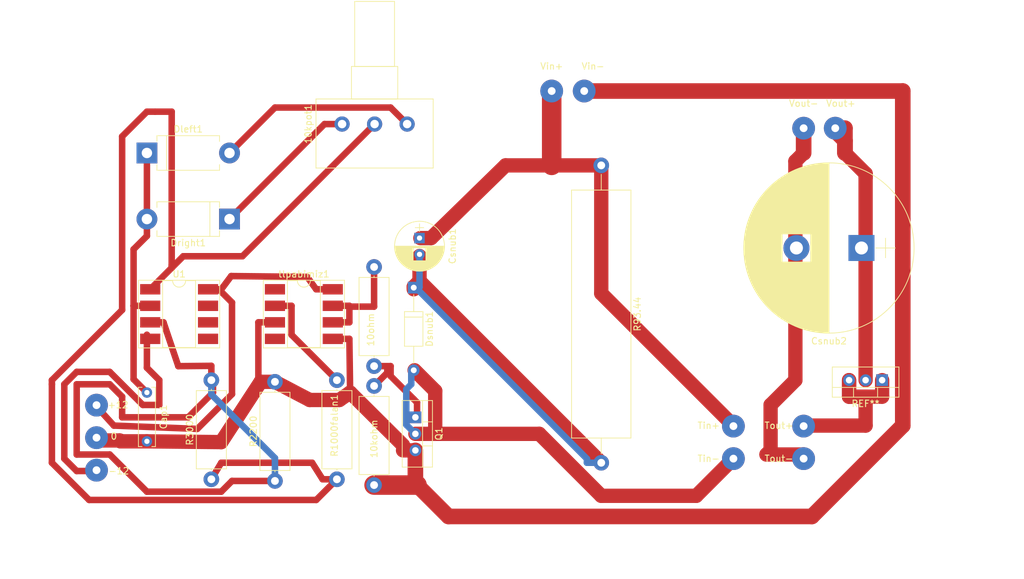
<source format=kicad_pcb>
(kicad_pcb (version 4) (host pcbnew 4.0.7)

  (general
    (links 22)
    (no_connects 3)
    (area 39.133475 73.52 196.324525 144.710002)
    (thickness 1.6)
    (drawings 0)
    (tracks 171)
    (zones 0)
    (modules 28)
    (nets 18)
  )

  (page A4)
  (layers
    (0 F.Cu signal)
    (31 B.Cu signal hide)
    (32 B.Adhes user)
    (33 F.Adhes user)
    (34 B.Paste user)
    (35 F.Paste user)
    (36 B.SilkS user)
    (37 F.SilkS user)
    (38 B.Mask user)
    (39 F.Mask user)
    (40 Dwgs.User user)
    (41 Cmts.User user)
    (42 Eco1.User user)
    (43 Eco2.User user)
    (44 Edge.Cuts user)
    (45 Margin user)
    (46 B.CrtYd user)
    (47 F.CrtYd user)
    (48 B.Fab user)
    (49 F.Fab user)
  )

  (setup
    (last_trace_width 3)
    (trace_clearance 0)
    (zone_clearance 0.508)
    (zone_45_only no)
    (trace_min 0.2)
    (segment_width 0.2)
    (edge_width 0.15)
    (via_size 0.6)
    (via_drill 0.4)
    (via_min_size 0.4)
    (via_min_drill 0.3)
    (uvia_size 0.3)
    (uvia_drill 0.1)
    (uvias_allowed no)
    (uvia_min_size 0.2)
    (uvia_min_drill 0.1)
    (pcb_text_width 0.3)
    (pcb_text_size 1.5 1.5)
    (mod_edge_width 0.15)
    (mod_text_size 1 1)
    (mod_text_width 0.15)
    (pad_size 3.50012 3.50012)
    (pad_drill 1.19888)
    (pad_to_mask_clearance 0.2)
    (aux_axis_origin 0 0)
    (visible_elements 7FFFFFFF)
    (pcbplotparams
      (layerselection 0x00030_80000001)
      (usegerberextensions false)
      (excludeedgelayer true)
      (linewidth 0.100000)
      (plotframeref false)
      (viasonmask false)
      (mode 1)
      (useauxorigin false)
      (hpglpennumber 1)
      (hpglpenspeed 20)
      (hpglpendiameter 15)
      (hpglpenoverlay 2)
      (psnegative false)
      (psa4output false)
      (plotreference true)
      (plotvalue true)
      (plotinvisibletext false)
      (padsonsilk false)
      (subtractmaskfromsilk false)
      (outputformat 1)
      (mirror false)
      (drillshape 1)
      (scaleselection 1)
      (outputdirectory ""))
  )

  (net 0 "")
  (net 1 "Net-(10kpot1-Pad3)")
  (net 2 "Net-(10kpot1-Pad2)")
  (net 3 "Net-(10kpot1-Pad1)")
  (net 4 "Net-(Cap1-Pad1)")
  (net 5 Earth)
  (net 6 "Net-(Csnub1-Pad1)")
  (net 7 "Net-(Csnub1-Pad2)")
  (net 8 "Net-(Csnub2-Pad1)")
  (net 9 "Net-(Csnub2-Pad2)")
  (net 10 "Net-(Dsnub1-Pad2)")
  (net 11 "Net-(Q1-Pad1)")
  (net 12 "Net-(R1000falan1-Pad1)")
  (net 13 "Net-(R2200-Pad1)")
  (net 14 "Net-(tlpabimiz1-Pad1)")
  (net 15 "Net-(tlpabimiz1-Pad4)")
  (net 16 +12V)
  (net 17 -12VA)

  (net_class Default "This is the default net class."
    (clearance 0)
    (trace_width 3)
    (via_dia 0.6)
    (via_drill 0.4)
    (uvia_dia 0.3)
    (uvia_drill 0.1)
    (add_net +12V)
    (add_net -12VA)
    (add_net Earth)
    (add_net "Net-(10kpot1-Pad1)")
    (add_net "Net-(10kpot1-Pad2)")
    (add_net "Net-(10kpot1-Pad3)")
    (add_net "Net-(Cap1-Pad1)")
    (add_net "Net-(Csnub1-Pad1)")
    (add_net "Net-(Csnub1-Pad2)")
    (add_net "Net-(Csnub2-Pad1)")
    (add_net "Net-(Csnub2-Pad2)")
    (add_net "Net-(Dsnub1-Pad2)")
    (add_net "Net-(Q1-Pad1)")
    (add_net "Net-(R1000falan1-Pad1)")
    (add_net "Net-(R2200-Pad1)")
    (add_net "Net-(tlpabimiz1-Pad1)")
    (add_net "Net-(tlpabimiz1-Pad4)")
  )

  (module Wire_Pads:SolderWirePad_single_1-2mmDrill (layer F.Cu) (tedit 5AFC8163) (tstamp 5AFC9B0B)
    (at 130.175 78.105)
    (fp_text reference Vin- (at 0 -3.81) (layer F.SilkS)
      (effects (font (size 1 1) (thickness 0.15)))
    )
    (fp_text value SolderWirePad_single_1-2mmDrill (at -1.905 3.175) (layer F.Fab)
      (effects (font (size 1 1) (thickness 0.15)))
    )
    (pad 1 thru_hole circle (at -1.35 0) (size 3.50012 3.50012) (drill 1.19888) (layers *.Cu *.Mask))
  )

  (module Wire_Pads:SolderWirePad_single_1-2mmDrill (layer F.Cu) (tedit 5AFC7BF0) (tstamp 5AFC9B06)
    (at 123.825 78.105)
    (fp_text reference Vin+ (at 0 -3.81) (layer F.SilkS)
      (effects (font (size 1 1) (thickness 0.15)))
    )
    (fp_text value SolderWirePad_single_1-2mmDrill (at -1.905 3.175) (layer F.Fab)
      (effects (font (size 1 1) (thickness 0.15)))
    )
    (pad 1 thru_hole circle (at 0 0) (size 3.50012 3.50012) (drill 1.19888) (layers *.Cu *.Mask))
  )

  (module Wire_Pads:SolderWirePad_single_1-2mmDrill (layer F.Cu) (tedit 5AFC796C) (tstamp 5AFC7305)
    (at 162.56 127.635)
    (fp_text reference Tout+ (at -3.81 1.905) (layer F.SilkS)
      (effects (font (size 1 1) (thickness 0.15)))
    )
    (fp_text value SolderWirePad_single_1-2mmDrill (at -1.905 3.175) (layer F.Fab)
      (effects (font (size 1 1) (thickness 0.15)))
    )
    (pad 1 thru_hole circle (at 0 1.985) (size 3.50012 3.50012) (drill 1.19888) (layers *.Cu *.Mask))
  )

  (module Wire_Pads:SolderWirePad_single_1-2mmDrill (layer F.Cu) (tedit 5AFC7970) (tstamp 5AFC7301)
    (at 162.56 134.62)
    (fp_text reference Tout- (at -3.81 0) (layer F.SilkS)
      (effects (font (size 1 1) (thickness 0.15)))
    )
    (fp_text value SolderWirePad_single_1-2mmDrill (at -1.905 3.175) (layer F.Fab)
      (effects (font (size 1 1) (thickness 0.15)))
    )
    (pad 1 thru_hole circle (at 0 0) (size 3.50012 3.50012) (drill 1.19888) (layers *.Cu *.Mask))
  )

  (module Potentiometers:Potentiometer_Alps_RK163_Single_Vertical (layer F.Cu) (tedit 58826D68) (tstamp 5AFC3A6E)
    (at 101.6 83.185 90)
    (descr "Potentiometer, vertically mounted, Omeg PC16PU, Omeg PC16PU, Omeg PC16PU, Vishay/Spectrol 248GJ/249GJ Single, Vishay/Spectrol 248GJ/249GJ Single, Vishay/Spectrol 248GJ/249GJ Single, Vishay/Spectrol 248GH/249GH Single, Vishay/Spectrol 148/149 Single, Vishay/Spectrol 148/149 Single, Vishay/Spectrol 148/149 Single, Vishay/Spectrol 148A/149A Single with mounting plates, Vishay/Spectrol 148/149 Double, Vishay/Spectrol 148A/149A Double with mounting plates, Piher PC-16 Single, Piher PC-16 Single, Piher PC-16 Single, Piher PC-16SV Single, Piher PC-16 Double, Piher PC-16 Triple, Piher T16H Single, Piher T16L Single, Piher T16H Double, Alps RK163 Single, http://www.alps.com/prod/info/E/PDF/Potentiometer/MetalShaft/RK163/RK163.PDF")
    (tags "Potentiometer vertical  Omeg PC16PU  Omeg PC16PU  Omeg PC16PU  Vishay/Spectrol 248GJ/249GJ Single  Vishay/Spectrol 248GJ/249GJ Single  Vishay/Spectrol 248GJ/249GJ Single  Vishay/Spectrol 248GH/249GH Single  Vishay/Spectrol 148/149 Single  Vishay/Spectrol 148/149 Single  Vishay/Spectrol 148/149 Single  Vishay/Spectrol 148A/149A Single with mounting plates  Vishay/Spectrol 148/149 Double  Vishay/Spectrol 148A/149A Double with mounting plates  Piher PC-16 Single  Piher PC-16 Single  Piher PC-16 Single  Piher PC-16SV Single  Piher PC-16 Double  Piher PC-16 Triple  Piher T16H Single  Piher T16L Single  Piher T16H Double  Alps RK163 Single")
    (path /5AFB33CA)
    (fp_text reference 10kpot1 (at 0 -15.2 90) (layer F.SilkS)
      (effects (font (size 1 1) (thickness 0.15)))
    )
    (fp_text value POT (at 0 5.2 90) (layer F.Fab)
      (effects (font (size 1 1) (thickness 0.15)))
    )
    (fp_line (start -6.7 -13.95) (end -6.7 3.95) (layer F.Fab) (width 0.1))
    (fp_line (start -6.7 3.95) (end 3.8 3.95) (layer F.Fab) (width 0.1))
    (fp_line (start 3.8 3.95) (end 3.8 -13.95) (layer F.Fab) (width 0.1))
    (fp_line (start 3.8 -13.95) (end -6.7 -13.95) (layer F.Fab) (width 0.1))
    (fp_line (start 3.8 -8.5) (end 3.8 -1.5) (layer F.Fab) (width 0.1))
    (fp_line (start 3.8 -1.5) (end 8.8 -1.5) (layer F.Fab) (width 0.1))
    (fp_line (start 8.8 -1.5) (end 8.8 -8.5) (layer F.Fab) (width 0.1))
    (fp_line (start 8.8 -8.5) (end 3.8 -8.5) (layer F.Fab) (width 0.1))
    (fp_line (start 8.8 -8) (end 8.8 -2) (layer F.Fab) (width 0.1))
    (fp_line (start 8.8 -2) (end 18.8 -2) (layer F.Fab) (width 0.1))
    (fp_line (start 18.8 -2) (end 18.8 -8) (layer F.Fab) (width 0.1))
    (fp_line (start 18.8 -8) (end 8.8 -8) (layer F.Fab) (width 0.1))
    (fp_line (start -6.76 -14.01) (end 3.86 -14.01) (layer F.SilkS) (width 0.12))
    (fp_line (start -6.76 4.011) (end 3.86 4.011) (layer F.SilkS) (width 0.12))
    (fp_line (start -6.76 -14.01) (end -6.76 4.011) (layer F.SilkS) (width 0.12))
    (fp_line (start 3.86 -14.01) (end 3.86 4.011) (layer F.SilkS) (width 0.12))
    (fp_line (start 3.86 -8.56) (end 8.86 -8.56) (layer F.SilkS) (width 0.12))
    (fp_line (start 3.86 -1.44) (end 8.86 -1.44) (layer F.SilkS) (width 0.12))
    (fp_line (start 3.86 -8.56) (end 3.86 -1.44) (layer F.SilkS) (width 0.12))
    (fp_line (start 8.86 -8.56) (end 8.86 -1.44) (layer F.SilkS) (width 0.12))
    (fp_line (start 8.86 -8.06) (end 18.86 -8.06) (layer F.SilkS) (width 0.12))
    (fp_line (start 8.86 -1.94) (end 18.86 -1.94) (layer F.SilkS) (width 0.12))
    (fp_line (start 8.86 -8.06) (end 8.86 -1.94) (layer F.SilkS) (width 0.12))
    (fp_line (start 18.86 -8.06) (end 18.86 -1.94) (layer F.SilkS) (width 0.12))
    (fp_line (start -6.95 -14.2) (end -6.95 4.2) (layer F.CrtYd) (width 0.05))
    (fp_line (start -6.95 4.2) (end 19.05 4.2) (layer F.CrtYd) (width 0.05))
    (fp_line (start 19.05 4.2) (end 19.05 -14.2) (layer F.CrtYd) (width 0.05))
    (fp_line (start 19.05 -14.2) (end -6.95 -14.2) (layer F.CrtYd) (width 0.05))
    (pad 3 thru_hole circle (at 0 -10 90) (size 2.34 2.34) (drill 1.3) (layers *.Cu *.Mask)
      (net 1 "Net-(10kpot1-Pad3)"))
    (pad 2 thru_hole circle (at 0 -5 90) (size 2.34 2.34) (drill 1.3) (layers *.Cu *.Mask)
      (net 2 "Net-(10kpot1-Pad2)"))
    (pad 1 thru_hole circle (at 0 0 90) (size 2.34 2.34) (drill 1.3) (layers *.Cu *.Mask)
      (net 3 "Net-(10kpot1-Pad1)"))
    (model Potentiometers.3dshapes/Potentiometer_Alps_RK163_Single_Vertical.wrl
      (at (xyz 0 0 0))
      (scale (xyz 1 1 1))
      (rotate (xyz 0 0 0))
    )
  )

  (module Capacitors_THT:C_Rect_L9.0mm_W2.5mm_P7.50mm_MKT (layer F.Cu) (tedit 597BC7C2) (tstamp 5AFC3A83)
    (at 61.595 124.46 270)
    (descr "C, Rect series, Radial, pin pitch=7.50mm, , length*width=9*2.5mm^2, Capacitor, https://en.tdk.eu/inf/20/20/db/fc_2009/MKT_B32560_564.pdf")
    (tags "C Rect series Radial pin pitch 7.50mm  length 9mm width 2.5mm Capacitor")
    (path /5AFB1297)
    (fp_text reference Cap1 (at 3.75 -2.56 270) (layer F.SilkS)
      (effects (font (size 1 1) (thickness 0.15)))
    )
    (fp_text value C (at 3.75 2.56 270) (layer F.Fab)
      (effects (font (size 1 1) (thickness 0.15)))
    )
    (fp_line (start -0.75 -1.25) (end -0.75 1.25) (layer F.Fab) (width 0.1))
    (fp_line (start -0.75 1.25) (end 8.25 1.25) (layer F.Fab) (width 0.1))
    (fp_line (start 8.25 1.25) (end 8.25 -1.25) (layer F.Fab) (width 0.1))
    (fp_line (start 8.25 -1.25) (end -0.75 -1.25) (layer F.Fab) (width 0.1))
    (fp_line (start -0.81 -1.31) (end 8.31 -1.31) (layer F.SilkS) (width 0.12))
    (fp_line (start -0.81 1.31) (end 8.31 1.31) (layer F.SilkS) (width 0.12))
    (fp_line (start -0.81 -1.31) (end -0.81 -0.75) (layer F.SilkS) (width 0.12))
    (fp_line (start -0.81 0.75) (end -0.81 1.31) (layer F.SilkS) (width 0.12))
    (fp_line (start 8.31 -1.31) (end 8.31 -0.75) (layer F.SilkS) (width 0.12))
    (fp_line (start 8.31 0.75) (end 8.31 1.31) (layer F.SilkS) (width 0.12))
    (fp_line (start -1.1 -1.6) (end -1.1 1.6) (layer F.CrtYd) (width 0.05))
    (fp_line (start -1.1 1.6) (end 8.6 1.6) (layer F.CrtYd) (width 0.05))
    (fp_line (start 8.6 1.6) (end 8.6 -1.6) (layer F.CrtYd) (width 0.05))
    (fp_line (start 8.6 -1.6) (end -1.1 -1.6) (layer F.CrtYd) (width 0.05))
    (fp_text user %R (at 3.75 0 270) (layer F.Fab)
      (effects (font (size 1 1) (thickness 0.15)))
    )
    (pad 1 thru_hole circle (at 0 0 270) (size 1.6 1.6) (drill 0.8) (layers *.Cu *.Mask)
      (net 4 "Net-(Cap1-Pad1)"))
    (pad 2 thru_hole circle (at 7.5 0 270) (size 1.6 1.6) (drill 0.8) (layers *.Cu *.Mask)
      (net 5 Earth))
    (model ${KISYS3DMOD}/Capacitors_THT.3dshapes/C_Rect_L9.0mm_W2.5mm_P7.50mm_MKT.wrl
      (at (xyz 0 0 0))
      (scale (xyz 1 1 1))
      (rotate (xyz 0 0 0))
    )
  )

  (module Capacitors_THT:CP_Radial_D7.5mm_P2.50mm (layer F.Cu) (tedit 597BC7C2) (tstamp 5AFC3B25)
    (at 103.505 100.711 270)
    (descr "CP, Radial series, Radial, pin pitch=2.50mm, , diameter=7.5mm, Electrolytic Capacitor")
    (tags "CP Radial series Radial pin pitch 2.50mm  diameter 7.5mm Electrolytic Capacitor")
    (path /5AFB233C)
    (fp_text reference Csnub1 (at 1.25 -5.06 270) (layer F.SilkS)
      (effects (font (size 1 1) (thickness 0.15)))
    )
    (fp_text value C (at 1.25 5.06 270) (layer F.Fab)
      (effects (font (size 1 1) (thickness 0.15)))
    )
    (fp_circle (center 1.25 0) (end 5 0) (layer F.Fab) (width 0.1))
    (fp_circle (center 1.25 0) (end 5.09 0) (layer F.SilkS) (width 0.12))
    (fp_line (start -2.2 0) (end -1 0) (layer F.Fab) (width 0.1))
    (fp_line (start -1.6 -0.65) (end -1.6 0.65) (layer F.Fab) (width 0.1))
    (fp_line (start 1.25 -3.8) (end 1.25 3.8) (layer F.SilkS) (width 0.12))
    (fp_line (start 1.29 -3.8) (end 1.29 3.8) (layer F.SilkS) (width 0.12))
    (fp_line (start 1.33 -3.8) (end 1.33 3.8) (layer F.SilkS) (width 0.12))
    (fp_line (start 1.37 -3.799) (end 1.37 3.799) (layer F.SilkS) (width 0.12))
    (fp_line (start 1.41 -3.797) (end 1.41 3.797) (layer F.SilkS) (width 0.12))
    (fp_line (start 1.45 -3.795) (end 1.45 3.795) (layer F.SilkS) (width 0.12))
    (fp_line (start 1.49 -3.793) (end 1.49 3.793) (layer F.SilkS) (width 0.12))
    (fp_line (start 1.53 -3.79) (end 1.53 -0.98) (layer F.SilkS) (width 0.12))
    (fp_line (start 1.53 0.98) (end 1.53 3.79) (layer F.SilkS) (width 0.12))
    (fp_line (start 1.57 -3.787) (end 1.57 -0.98) (layer F.SilkS) (width 0.12))
    (fp_line (start 1.57 0.98) (end 1.57 3.787) (layer F.SilkS) (width 0.12))
    (fp_line (start 1.61 -3.784) (end 1.61 -0.98) (layer F.SilkS) (width 0.12))
    (fp_line (start 1.61 0.98) (end 1.61 3.784) (layer F.SilkS) (width 0.12))
    (fp_line (start 1.65 -3.78) (end 1.65 -0.98) (layer F.SilkS) (width 0.12))
    (fp_line (start 1.65 0.98) (end 1.65 3.78) (layer F.SilkS) (width 0.12))
    (fp_line (start 1.69 -3.775) (end 1.69 -0.98) (layer F.SilkS) (width 0.12))
    (fp_line (start 1.69 0.98) (end 1.69 3.775) (layer F.SilkS) (width 0.12))
    (fp_line (start 1.73 -3.77) (end 1.73 -0.98) (layer F.SilkS) (width 0.12))
    (fp_line (start 1.73 0.98) (end 1.73 3.77) (layer F.SilkS) (width 0.12))
    (fp_line (start 1.77 -3.765) (end 1.77 -0.98) (layer F.SilkS) (width 0.12))
    (fp_line (start 1.77 0.98) (end 1.77 3.765) (layer F.SilkS) (width 0.12))
    (fp_line (start 1.81 -3.759) (end 1.81 -0.98) (layer F.SilkS) (width 0.12))
    (fp_line (start 1.81 0.98) (end 1.81 3.759) (layer F.SilkS) (width 0.12))
    (fp_line (start 1.85 -3.753) (end 1.85 -0.98) (layer F.SilkS) (width 0.12))
    (fp_line (start 1.85 0.98) (end 1.85 3.753) (layer F.SilkS) (width 0.12))
    (fp_line (start 1.89 -3.747) (end 1.89 -0.98) (layer F.SilkS) (width 0.12))
    (fp_line (start 1.89 0.98) (end 1.89 3.747) (layer F.SilkS) (width 0.12))
    (fp_line (start 1.93 -3.74) (end 1.93 -0.98) (layer F.SilkS) (width 0.12))
    (fp_line (start 1.93 0.98) (end 1.93 3.74) (layer F.SilkS) (width 0.12))
    (fp_line (start 1.971 -3.732) (end 1.971 -0.98) (layer F.SilkS) (width 0.12))
    (fp_line (start 1.971 0.98) (end 1.971 3.732) (layer F.SilkS) (width 0.12))
    (fp_line (start 2.011 -3.725) (end 2.011 -0.98) (layer F.SilkS) (width 0.12))
    (fp_line (start 2.011 0.98) (end 2.011 3.725) (layer F.SilkS) (width 0.12))
    (fp_line (start 2.051 -3.716) (end 2.051 -0.98) (layer F.SilkS) (width 0.12))
    (fp_line (start 2.051 0.98) (end 2.051 3.716) (layer F.SilkS) (width 0.12))
    (fp_line (start 2.091 -3.707) (end 2.091 -0.98) (layer F.SilkS) (width 0.12))
    (fp_line (start 2.091 0.98) (end 2.091 3.707) (layer F.SilkS) (width 0.12))
    (fp_line (start 2.131 -3.698) (end 2.131 -0.98) (layer F.SilkS) (width 0.12))
    (fp_line (start 2.131 0.98) (end 2.131 3.698) (layer F.SilkS) (width 0.12))
    (fp_line (start 2.171 -3.689) (end 2.171 -0.98) (layer F.SilkS) (width 0.12))
    (fp_line (start 2.171 0.98) (end 2.171 3.689) (layer F.SilkS) (width 0.12))
    (fp_line (start 2.211 -3.679) (end 2.211 -0.98) (layer F.SilkS) (width 0.12))
    (fp_line (start 2.211 0.98) (end 2.211 3.679) (layer F.SilkS) (width 0.12))
    (fp_line (start 2.251 -3.668) (end 2.251 -0.98) (layer F.SilkS) (width 0.12))
    (fp_line (start 2.251 0.98) (end 2.251 3.668) (layer F.SilkS) (width 0.12))
    (fp_line (start 2.291 -3.657) (end 2.291 -0.98) (layer F.SilkS) (width 0.12))
    (fp_line (start 2.291 0.98) (end 2.291 3.657) (layer F.SilkS) (width 0.12))
    (fp_line (start 2.331 -3.645) (end 2.331 -0.98) (layer F.SilkS) (width 0.12))
    (fp_line (start 2.331 0.98) (end 2.331 3.645) (layer F.SilkS) (width 0.12))
    (fp_line (start 2.371 -3.634) (end 2.371 -0.98) (layer F.SilkS) (width 0.12))
    (fp_line (start 2.371 0.98) (end 2.371 3.634) (layer F.SilkS) (width 0.12))
    (fp_line (start 2.411 -3.621) (end 2.411 -0.98) (layer F.SilkS) (width 0.12))
    (fp_line (start 2.411 0.98) (end 2.411 3.621) (layer F.SilkS) (width 0.12))
    (fp_line (start 2.451 -3.608) (end 2.451 -0.98) (layer F.SilkS) (width 0.12))
    (fp_line (start 2.451 0.98) (end 2.451 3.608) (layer F.SilkS) (width 0.12))
    (fp_line (start 2.491 -3.595) (end 2.491 -0.98) (layer F.SilkS) (width 0.12))
    (fp_line (start 2.491 0.98) (end 2.491 3.595) (layer F.SilkS) (width 0.12))
    (fp_line (start 2.531 -3.581) (end 2.531 -0.98) (layer F.SilkS) (width 0.12))
    (fp_line (start 2.531 0.98) (end 2.531 3.581) (layer F.SilkS) (width 0.12))
    (fp_line (start 2.571 -3.566) (end 2.571 -0.98) (layer F.SilkS) (width 0.12))
    (fp_line (start 2.571 0.98) (end 2.571 3.566) (layer F.SilkS) (width 0.12))
    (fp_line (start 2.611 -3.552) (end 2.611 -0.98) (layer F.SilkS) (width 0.12))
    (fp_line (start 2.611 0.98) (end 2.611 3.552) (layer F.SilkS) (width 0.12))
    (fp_line (start 2.651 -3.536) (end 2.651 -0.98) (layer F.SilkS) (width 0.12))
    (fp_line (start 2.651 0.98) (end 2.651 3.536) (layer F.SilkS) (width 0.12))
    (fp_line (start 2.691 -3.52) (end 2.691 -0.98) (layer F.SilkS) (width 0.12))
    (fp_line (start 2.691 0.98) (end 2.691 3.52) (layer F.SilkS) (width 0.12))
    (fp_line (start 2.731 -3.504) (end 2.731 -0.98) (layer F.SilkS) (width 0.12))
    (fp_line (start 2.731 0.98) (end 2.731 3.504) (layer F.SilkS) (width 0.12))
    (fp_line (start 2.771 -3.487) (end 2.771 -0.98) (layer F.SilkS) (width 0.12))
    (fp_line (start 2.771 0.98) (end 2.771 3.487) (layer F.SilkS) (width 0.12))
    (fp_line (start 2.811 -3.469) (end 2.811 -0.98) (layer F.SilkS) (width 0.12))
    (fp_line (start 2.811 0.98) (end 2.811 3.469) (layer F.SilkS) (width 0.12))
    (fp_line (start 2.851 -3.451) (end 2.851 -0.98) (layer F.SilkS) (width 0.12))
    (fp_line (start 2.851 0.98) (end 2.851 3.451) (layer F.SilkS) (width 0.12))
    (fp_line (start 2.891 -3.433) (end 2.891 -0.98) (layer F.SilkS) (width 0.12))
    (fp_line (start 2.891 0.98) (end 2.891 3.433) (layer F.SilkS) (width 0.12))
    (fp_line (start 2.931 -3.413) (end 2.931 -0.98) (layer F.SilkS) (width 0.12))
    (fp_line (start 2.931 0.98) (end 2.931 3.413) (layer F.SilkS) (width 0.12))
    (fp_line (start 2.971 -3.394) (end 2.971 -0.98) (layer F.SilkS) (width 0.12))
    (fp_line (start 2.971 0.98) (end 2.971 3.394) (layer F.SilkS) (width 0.12))
    (fp_line (start 3.011 -3.373) (end 3.011 -0.98) (layer F.SilkS) (width 0.12))
    (fp_line (start 3.011 0.98) (end 3.011 3.373) (layer F.SilkS) (width 0.12))
    (fp_line (start 3.051 -3.352) (end 3.051 -0.98) (layer F.SilkS) (width 0.12))
    (fp_line (start 3.051 0.98) (end 3.051 3.352) (layer F.SilkS) (width 0.12))
    (fp_line (start 3.091 -3.331) (end 3.091 -0.98) (layer F.SilkS) (width 0.12))
    (fp_line (start 3.091 0.98) (end 3.091 3.331) (layer F.SilkS) (width 0.12))
    (fp_line (start 3.131 -3.309) (end 3.131 -0.98) (layer F.SilkS) (width 0.12))
    (fp_line (start 3.131 0.98) (end 3.131 3.309) (layer F.SilkS) (width 0.12))
    (fp_line (start 3.171 -3.286) (end 3.171 -0.98) (layer F.SilkS) (width 0.12))
    (fp_line (start 3.171 0.98) (end 3.171 3.286) (layer F.SilkS) (width 0.12))
    (fp_line (start 3.211 -3.263) (end 3.211 -0.98) (layer F.SilkS) (width 0.12))
    (fp_line (start 3.211 0.98) (end 3.211 3.263) (layer F.SilkS) (width 0.12))
    (fp_line (start 3.251 -3.239) (end 3.251 -0.98) (layer F.SilkS) (width 0.12))
    (fp_line (start 3.251 0.98) (end 3.251 3.239) (layer F.SilkS) (width 0.12))
    (fp_line (start 3.291 -3.214) (end 3.291 -0.98) (layer F.SilkS) (width 0.12))
    (fp_line (start 3.291 0.98) (end 3.291 3.214) (layer F.SilkS) (width 0.12))
    (fp_line (start 3.331 -3.188) (end 3.331 -0.98) (layer F.SilkS) (width 0.12))
    (fp_line (start 3.331 0.98) (end 3.331 3.188) (layer F.SilkS) (width 0.12))
    (fp_line (start 3.371 -3.162) (end 3.371 -0.98) (layer F.SilkS) (width 0.12))
    (fp_line (start 3.371 0.98) (end 3.371 3.162) (layer F.SilkS) (width 0.12))
    (fp_line (start 3.411 -3.135) (end 3.411 -0.98) (layer F.SilkS) (width 0.12))
    (fp_line (start 3.411 0.98) (end 3.411 3.135) (layer F.SilkS) (width 0.12))
    (fp_line (start 3.451 -3.108) (end 3.451 -0.98) (layer F.SilkS) (width 0.12))
    (fp_line (start 3.451 0.98) (end 3.451 3.108) (layer F.SilkS) (width 0.12))
    (fp_line (start 3.491 -3.079) (end 3.491 3.079) (layer F.SilkS) (width 0.12))
    (fp_line (start 3.531 -3.05) (end 3.531 3.05) (layer F.SilkS) (width 0.12))
    (fp_line (start 3.571 -3.02) (end 3.571 3.02) (layer F.SilkS) (width 0.12))
    (fp_line (start 3.611 -2.99) (end 3.611 2.99) (layer F.SilkS) (width 0.12))
    (fp_line (start 3.651 -2.958) (end 3.651 2.958) (layer F.SilkS) (width 0.12))
    (fp_line (start 3.691 -2.926) (end 3.691 2.926) (layer F.SilkS) (width 0.12))
    (fp_line (start 3.731 -2.892) (end 3.731 2.892) (layer F.SilkS) (width 0.12))
    (fp_line (start 3.771 -2.858) (end 3.771 2.858) (layer F.SilkS) (width 0.12))
    (fp_line (start 3.811 -2.823) (end 3.811 2.823) (layer F.SilkS) (width 0.12))
    (fp_line (start 3.851 -2.786) (end 3.851 2.786) (layer F.SilkS) (width 0.12))
    (fp_line (start 3.891 -2.749) (end 3.891 2.749) (layer F.SilkS) (width 0.12))
    (fp_line (start 3.931 -2.711) (end 3.931 2.711) (layer F.SilkS) (width 0.12))
    (fp_line (start 3.971 -2.671) (end 3.971 2.671) (layer F.SilkS) (width 0.12))
    (fp_line (start 4.011 -2.63) (end 4.011 2.63) (layer F.SilkS) (width 0.12))
    (fp_line (start 4.051 -2.588) (end 4.051 2.588) (layer F.SilkS) (width 0.12))
    (fp_line (start 4.091 -2.545) (end 4.091 2.545) (layer F.SilkS) (width 0.12))
    (fp_line (start 4.131 -2.5) (end 4.131 2.5) (layer F.SilkS) (width 0.12))
    (fp_line (start 4.171 -2.454) (end 4.171 2.454) (layer F.SilkS) (width 0.12))
    (fp_line (start 4.211 -2.407) (end 4.211 2.407) (layer F.SilkS) (width 0.12))
    (fp_line (start 4.251 -2.357) (end 4.251 2.357) (layer F.SilkS) (width 0.12))
    (fp_line (start 4.291 -2.307) (end 4.291 2.307) (layer F.SilkS) (width 0.12))
    (fp_line (start 4.331 -2.254) (end 4.331 2.254) (layer F.SilkS) (width 0.12))
    (fp_line (start 4.371 -2.199) (end 4.371 2.199) (layer F.SilkS) (width 0.12))
    (fp_line (start 4.411 -2.142) (end 4.411 2.142) (layer F.SilkS) (width 0.12))
    (fp_line (start 4.451 -2.083) (end 4.451 2.083) (layer F.SilkS) (width 0.12))
    (fp_line (start 4.491 -2.022) (end 4.491 2.022) (layer F.SilkS) (width 0.12))
    (fp_line (start 4.531 -1.957) (end 4.531 1.957) (layer F.SilkS) (width 0.12))
    (fp_line (start 4.571 -1.89) (end 4.571 1.89) (layer F.SilkS) (width 0.12))
    (fp_line (start 4.611 -1.82) (end 4.611 1.82) (layer F.SilkS) (width 0.12))
    (fp_line (start 4.651 -1.745) (end 4.651 1.745) (layer F.SilkS) (width 0.12))
    (fp_line (start 4.691 -1.667) (end 4.691 1.667) (layer F.SilkS) (width 0.12))
    (fp_line (start 4.731 -1.584) (end 4.731 1.584) (layer F.SilkS) (width 0.12))
    (fp_line (start 4.771 -1.495) (end 4.771 1.495) (layer F.SilkS) (width 0.12))
    (fp_line (start 4.811 -1.4) (end 4.811 1.4) (layer F.SilkS) (width 0.12))
    (fp_line (start 4.851 -1.297) (end 4.851 1.297) (layer F.SilkS) (width 0.12))
    (fp_line (start 4.891 -1.184) (end 4.891 1.184) (layer F.SilkS) (width 0.12))
    (fp_line (start 4.931 -1.057) (end 4.931 1.057) (layer F.SilkS) (width 0.12))
    (fp_line (start 4.971 -0.913) (end 4.971 0.913) (layer F.SilkS) (width 0.12))
    (fp_line (start 5.011 -0.74) (end 5.011 0.74) (layer F.SilkS) (width 0.12))
    (fp_line (start 5.051 -0.513) (end 5.051 0.513) (layer F.SilkS) (width 0.12))
    (fp_line (start -2.2 0) (end -1 0) (layer F.SilkS) (width 0.12))
    (fp_line (start -1.6 -0.65) (end -1.6 0.65) (layer F.SilkS) (width 0.12))
    (fp_line (start -2.85 -4.1) (end -2.85 4.1) (layer F.CrtYd) (width 0.05))
    (fp_line (start -2.85 4.1) (end 5.35 4.1) (layer F.CrtYd) (width 0.05))
    (fp_line (start 5.35 4.1) (end 5.35 -4.1) (layer F.CrtYd) (width 0.05))
    (fp_line (start 5.35 -4.1) (end -2.85 -4.1) (layer F.CrtYd) (width 0.05))
    (fp_text user %R (at 1.25 0 270) (layer F.Fab)
      (effects (font (size 1 1) (thickness 0.15)))
    )
    (pad 1 thru_hole rect (at 0 0 270) (size 1.6 1.6) (drill 0.8) (layers *.Cu *.Mask)
      (net 6 "Net-(Csnub1-Pad1)"))
    (pad 2 thru_hole circle (at 2.5 0 270) (size 1.6 1.6) (drill 0.8) (layers *.Cu *.Mask)
      (net 7 "Net-(Csnub1-Pad2)"))
    (model ${KISYS3DMOD}/Capacitors_THT.3dshapes/CP_Radial_D7.5mm_P2.50mm.wrl
      (at (xyz 0 0 0))
      (scale (xyz 1 1 1))
      (rotate (xyz 0 0 0))
    )
  )

  (module Capacitors_THT:CP_Radial_D26.0mm_P10.00mm_SnapIn (layer F.Cu) (tedit 597BC7C2) (tstamp 5AFC3CEB)
    (at 171.45 102.235 180)
    (descr "CP, Radial series, Radial, pin pitch=10.00mm, , diameter=26mm, Electrolytic Capacitor, , http://www.vishay.com/docs/28342/058059pll-si.pdf")
    (tags "CP Radial series Radial pin pitch 10.00mm  diameter 26mm Electrolytic Capacitor")
    (path /5AFB27F5)
    (fp_text reference Csnub2 (at 5 -14.31 180) (layer F.SilkS)
      (effects (font (size 1 1) (thickness 0.15)))
    )
    (fp_text value C (at 5 14.31 180) (layer F.Fab)
      (effects (font (size 1 1) (thickness 0.15)))
    )
    (fp_circle (center 5 0) (end 18 0) (layer F.Fab) (width 0.1))
    (fp_circle (center 5 0) (end 18.09 0) (layer F.SilkS) (width 0.12))
    (fp_line (start -5.2 0) (end -2.2 0) (layer F.Fab) (width 0.1))
    (fp_line (start -3.7 -1.5) (end -3.7 1.5) (layer F.Fab) (width 0.1))
    (fp_line (start 5 -13.05) (end 5 13.05) (layer F.SilkS) (width 0.12))
    (fp_line (start 5.04 -13.05) (end 5.04 13.05) (layer F.SilkS) (width 0.12))
    (fp_line (start 5.08 -13.05) (end 5.08 13.05) (layer F.SilkS) (width 0.12))
    (fp_line (start 5.12 -13.05) (end 5.12 13.05) (layer F.SilkS) (width 0.12))
    (fp_line (start 5.16 -13.05) (end 5.16 13.05) (layer F.SilkS) (width 0.12))
    (fp_line (start 5.2 -13.049) (end 5.2 13.049) (layer F.SilkS) (width 0.12))
    (fp_line (start 5.24 -13.048) (end 5.24 13.048) (layer F.SilkS) (width 0.12))
    (fp_line (start 5.28 -13.048) (end 5.28 13.048) (layer F.SilkS) (width 0.12))
    (fp_line (start 5.32 -13.047) (end 5.32 13.047) (layer F.SilkS) (width 0.12))
    (fp_line (start 5.36 -13.046) (end 5.36 13.046) (layer F.SilkS) (width 0.12))
    (fp_line (start 5.4 -13.044) (end 5.4 13.044) (layer F.SilkS) (width 0.12))
    (fp_line (start 5.44 -13.043) (end 5.44 13.043) (layer F.SilkS) (width 0.12))
    (fp_line (start 5.48 -13.042) (end 5.48 13.042) (layer F.SilkS) (width 0.12))
    (fp_line (start 5.52 -13.04) (end 5.52 13.04) (layer F.SilkS) (width 0.12))
    (fp_line (start 5.56 -13.039) (end 5.56 13.039) (layer F.SilkS) (width 0.12))
    (fp_line (start 5.6 -13.037) (end 5.6 13.037) (layer F.SilkS) (width 0.12))
    (fp_line (start 5.64 -13.035) (end 5.64 13.035) (layer F.SilkS) (width 0.12))
    (fp_line (start 5.68 -13.033) (end 5.68 13.033) (layer F.SilkS) (width 0.12))
    (fp_line (start 5.721 -13.031) (end 5.721 13.031) (layer F.SilkS) (width 0.12))
    (fp_line (start 5.761 -13.028) (end 5.761 13.028) (layer F.SilkS) (width 0.12))
    (fp_line (start 5.801 -13.026) (end 5.801 13.026) (layer F.SilkS) (width 0.12))
    (fp_line (start 5.841 -13.024) (end 5.841 13.024) (layer F.SilkS) (width 0.12))
    (fp_line (start 5.881 -13.021) (end 5.881 13.021) (layer F.SilkS) (width 0.12))
    (fp_line (start 5.921 -13.018) (end 5.921 13.018) (layer F.SilkS) (width 0.12))
    (fp_line (start 5.961 -13.015) (end 5.961 13.015) (layer F.SilkS) (width 0.12))
    (fp_line (start 6.001 -13.012) (end 6.001 13.012) (layer F.SilkS) (width 0.12))
    (fp_line (start 6.041 -13.009) (end 6.041 13.009) (layer F.SilkS) (width 0.12))
    (fp_line (start 6.081 -13.006) (end 6.081 13.006) (layer F.SilkS) (width 0.12))
    (fp_line (start 6.121 -13.002) (end 6.121 13.002) (layer F.SilkS) (width 0.12))
    (fp_line (start 6.161 -12.999) (end 6.161 12.999) (layer F.SilkS) (width 0.12))
    (fp_line (start 6.201 -12.995) (end 6.201 12.995) (layer F.SilkS) (width 0.12))
    (fp_line (start 6.241 -12.992) (end 6.241 12.992) (layer F.SilkS) (width 0.12))
    (fp_line (start 6.281 -12.988) (end 6.281 12.988) (layer F.SilkS) (width 0.12))
    (fp_line (start 6.321 -12.984) (end 6.321 12.984) (layer F.SilkS) (width 0.12))
    (fp_line (start 6.361 -12.98) (end 6.361 12.98) (layer F.SilkS) (width 0.12))
    (fp_line (start 6.401 -12.975) (end 6.401 12.975) (layer F.SilkS) (width 0.12))
    (fp_line (start 6.441 -12.971) (end 6.441 12.971) (layer F.SilkS) (width 0.12))
    (fp_line (start 6.481 -12.967) (end 6.481 12.967) (layer F.SilkS) (width 0.12))
    (fp_line (start 6.521 -12.962) (end 6.521 12.962) (layer F.SilkS) (width 0.12))
    (fp_line (start 6.561 -12.957) (end 6.561 12.957) (layer F.SilkS) (width 0.12))
    (fp_line (start 6.601 -12.952) (end 6.601 12.952) (layer F.SilkS) (width 0.12))
    (fp_line (start 6.641 -12.947) (end 6.641 12.947) (layer F.SilkS) (width 0.12))
    (fp_line (start 6.681 -12.942) (end 6.681 12.942) (layer F.SilkS) (width 0.12))
    (fp_line (start 6.721 -12.937) (end 6.721 12.937) (layer F.SilkS) (width 0.12))
    (fp_line (start 6.761 -12.932) (end 6.761 12.932) (layer F.SilkS) (width 0.12))
    (fp_line (start 6.801 -12.926) (end 6.801 12.926) (layer F.SilkS) (width 0.12))
    (fp_line (start 6.841 -12.921) (end 6.841 12.921) (layer F.SilkS) (width 0.12))
    (fp_line (start 6.881 -12.915) (end 6.881 12.915) (layer F.SilkS) (width 0.12))
    (fp_line (start 6.921 -12.909) (end 6.921 12.909) (layer F.SilkS) (width 0.12))
    (fp_line (start 6.961 -12.903) (end 6.961 12.903) (layer F.SilkS) (width 0.12))
    (fp_line (start 7.001 -12.897) (end 7.001 12.897) (layer F.SilkS) (width 0.12))
    (fp_line (start 7.041 -12.891) (end 7.041 12.891) (layer F.SilkS) (width 0.12))
    (fp_line (start 7.081 -12.884) (end 7.081 12.884) (layer F.SilkS) (width 0.12))
    (fp_line (start 7.121 -12.878) (end 7.121 12.878) (layer F.SilkS) (width 0.12))
    (fp_line (start 7.161 -12.871) (end 7.161 12.871) (layer F.SilkS) (width 0.12))
    (fp_line (start 7.201 -12.864) (end 7.201 12.864) (layer F.SilkS) (width 0.12))
    (fp_line (start 7.241 -12.857) (end 7.241 12.857) (layer F.SilkS) (width 0.12))
    (fp_line (start 7.281 -12.85) (end 7.281 12.85) (layer F.SilkS) (width 0.12))
    (fp_line (start 7.321 -12.843) (end 7.321 12.843) (layer F.SilkS) (width 0.12))
    (fp_line (start 7.361 -12.836) (end 7.361 12.836) (layer F.SilkS) (width 0.12))
    (fp_line (start 7.401 -12.829) (end 7.401 12.829) (layer F.SilkS) (width 0.12))
    (fp_line (start 7.441 -12.821) (end 7.441 12.821) (layer F.SilkS) (width 0.12))
    (fp_line (start 7.481 -12.813) (end 7.481 12.813) (layer F.SilkS) (width 0.12))
    (fp_line (start 7.521 -12.806) (end 7.521 12.806) (layer F.SilkS) (width 0.12))
    (fp_line (start 7.561 -12.798) (end 7.561 12.798) (layer F.SilkS) (width 0.12))
    (fp_line (start 7.601 -12.79) (end 7.601 12.79) (layer F.SilkS) (width 0.12))
    (fp_line (start 7.641 -12.782) (end 7.641 12.782) (layer F.SilkS) (width 0.12))
    (fp_line (start 7.681 -12.773) (end 7.681 12.773) (layer F.SilkS) (width 0.12))
    (fp_line (start 7.721 -12.765) (end 7.721 12.765) (layer F.SilkS) (width 0.12))
    (fp_line (start 7.761 -12.756) (end 7.761 12.756) (layer F.SilkS) (width 0.12))
    (fp_line (start 7.801 -12.748) (end 7.801 12.748) (layer F.SilkS) (width 0.12))
    (fp_line (start 7.841 -12.739) (end 7.841 -2.18) (layer F.SilkS) (width 0.12))
    (fp_line (start 7.841 2.18) (end 7.841 12.739) (layer F.SilkS) (width 0.12))
    (fp_line (start 7.881 -12.73) (end 7.881 -2.18) (layer F.SilkS) (width 0.12))
    (fp_line (start 7.881 2.18) (end 7.881 12.73) (layer F.SilkS) (width 0.12))
    (fp_line (start 7.921 -12.721) (end 7.921 -2.18) (layer F.SilkS) (width 0.12))
    (fp_line (start 7.921 2.18) (end 7.921 12.721) (layer F.SilkS) (width 0.12))
    (fp_line (start 7.961 -12.711) (end 7.961 -2.18) (layer F.SilkS) (width 0.12))
    (fp_line (start 7.961 2.18) (end 7.961 12.711) (layer F.SilkS) (width 0.12))
    (fp_line (start 8.001 -12.702) (end 8.001 -2.18) (layer F.SilkS) (width 0.12))
    (fp_line (start 8.001 2.18) (end 8.001 12.702) (layer F.SilkS) (width 0.12))
    (fp_line (start 8.041 -12.693) (end 8.041 -2.18) (layer F.SilkS) (width 0.12))
    (fp_line (start 8.041 2.18) (end 8.041 12.693) (layer F.SilkS) (width 0.12))
    (fp_line (start 8.081 -12.683) (end 8.081 -2.18) (layer F.SilkS) (width 0.12))
    (fp_line (start 8.081 2.18) (end 8.081 12.683) (layer F.SilkS) (width 0.12))
    (fp_line (start 8.121 -12.673) (end 8.121 -2.18) (layer F.SilkS) (width 0.12))
    (fp_line (start 8.121 2.18) (end 8.121 12.673) (layer F.SilkS) (width 0.12))
    (fp_line (start 8.161 -12.663) (end 8.161 -2.18) (layer F.SilkS) (width 0.12))
    (fp_line (start 8.161 2.18) (end 8.161 12.663) (layer F.SilkS) (width 0.12))
    (fp_line (start 8.201 -12.653) (end 8.201 -2.18) (layer F.SilkS) (width 0.12))
    (fp_line (start 8.201 2.18) (end 8.201 12.653) (layer F.SilkS) (width 0.12))
    (fp_line (start 8.241 -12.643) (end 8.241 -2.18) (layer F.SilkS) (width 0.12))
    (fp_line (start 8.241 2.18) (end 8.241 12.643) (layer F.SilkS) (width 0.12))
    (fp_line (start 8.281 -12.633) (end 8.281 -2.18) (layer F.SilkS) (width 0.12))
    (fp_line (start 8.281 2.18) (end 8.281 12.633) (layer F.SilkS) (width 0.12))
    (fp_line (start 8.321 -12.622) (end 8.321 -2.18) (layer F.SilkS) (width 0.12))
    (fp_line (start 8.321 2.18) (end 8.321 12.622) (layer F.SilkS) (width 0.12))
    (fp_line (start 8.361 -12.612) (end 8.361 -2.18) (layer F.SilkS) (width 0.12))
    (fp_line (start 8.361 2.18) (end 8.361 12.612) (layer F.SilkS) (width 0.12))
    (fp_line (start 8.401 -12.601) (end 8.401 -2.18) (layer F.SilkS) (width 0.12))
    (fp_line (start 8.401 2.18) (end 8.401 12.601) (layer F.SilkS) (width 0.12))
    (fp_line (start 8.441 -12.59) (end 8.441 -2.18) (layer F.SilkS) (width 0.12))
    (fp_line (start 8.441 2.18) (end 8.441 12.59) (layer F.SilkS) (width 0.12))
    (fp_line (start 8.481 -12.579) (end 8.481 -2.18) (layer F.SilkS) (width 0.12))
    (fp_line (start 8.481 2.18) (end 8.481 12.579) (layer F.SilkS) (width 0.12))
    (fp_line (start 8.521 -12.568) (end 8.521 -2.18) (layer F.SilkS) (width 0.12))
    (fp_line (start 8.521 2.18) (end 8.521 12.568) (layer F.SilkS) (width 0.12))
    (fp_line (start 8.561 -12.557) (end 8.561 -2.18) (layer F.SilkS) (width 0.12))
    (fp_line (start 8.561 2.18) (end 8.561 12.557) (layer F.SilkS) (width 0.12))
    (fp_line (start 8.601 -12.546) (end 8.601 -2.18) (layer F.SilkS) (width 0.12))
    (fp_line (start 8.601 2.18) (end 8.601 12.546) (layer F.SilkS) (width 0.12))
    (fp_line (start 8.641 -12.534) (end 8.641 -2.18) (layer F.SilkS) (width 0.12))
    (fp_line (start 8.641 2.18) (end 8.641 12.534) (layer F.SilkS) (width 0.12))
    (fp_line (start 8.681 -12.523) (end 8.681 -2.18) (layer F.SilkS) (width 0.12))
    (fp_line (start 8.681 2.18) (end 8.681 12.523) (layer F.SilkS) (width 0.12))
    (fp_line (start 8.721 -12.511) (end 8.721 -2.18) (layer F.SilkS) (width 0.12))
    (fp_line (start 8.721 2.18) (end 8.721 12.511) (layer F.SilkS) (width 0.12))
    (fp_line (start 8.761 -12.499) (end 8.761 -2.18) (layer F.SilkS) (width 0.12))
    (fp_line (start 8.761 2.18) (end 8.761 12.499) (layer F.SilkS) (width 0.12))
    (fp_line (start 8.801 -12.487) (end 8.801 -2.18) (layer F.SilkS) (width 0.12))
    (fp_line (start 8.801 2.18) (end 8.801 12.487) (layer F.SilkS) (width 0.12))
    (fp_line (start 8.841 -12.475) (end 8.841 -2.18) (layer F.SilkS) (width 0.12))
    (fp_line (start 8.841 2.18) (end 8.841 12.475) (layer F.SilkS) (width 0.12))
    (fp_line (start 8.881 -12.462) (end 8.881 -2.18) (layer F.SilkS) (width 0.12))
    (fp_line (start 8.881 2.18) (end 8.881 12.462) (layer F.SilkS) (width 0.12))
    (fp_line (start 8.921 -12.45) (end 8.921 -2.18) (layer F.SilkS) (width 0.12))
    (fp_line (start 8.921 2.18) (end 8.921 12.45) (layer F.SilkS) (width 0.12))
    (fp_line (start 8.961 -12.437) (end 8.961 -2.18) (layer F.SilkS) (width 0.12))
    (fp_line (start 8.961 2.18) (end 8.961 12.437) (layer F.SilkS) (width 0.12))
    (fp_line (start 9.001 -12.424) (end 9.001 -2.18) (layer F.SilkS) (width 0.12))
    (fp_line (start 9.001 2.18) (end 9.001 12.424) (layer F.SilkS) (width 0.12))
    (fp_line (start 9.041 -12.411) (end 9.041 -2.18) (layer F.SilkS) (width 0.12))
    (fp_line (start 9.041 2.18) (end 9.041 12.411) (layer F.SilkS) (width 0.12))
    (fp_line (start 9.081 -12.398) (end 9.081 -2.18) (layer F.SilkS) (width 0.12))
    (fp_line (start 9.081 2.18) (end 9.081 12.398) (layer F.SilkS) (width 0.12))
    (fp_line (start 9.121 -12.385) (end 9.121 -2.18) (layer F.SilkS) (width 0.12))
    (fp_line (start 9.121 2.18) (end 9.121 12.385) (layer F.SilkS) (width 0.12))
    (fp_line (start 9.161 -12.372) (end 9.161 -2.18) (layer F.SilkS) (width 0.12))
    (fp_line (start 9.161 2.18) (end 9.161 12.372) (layer F.SilkS) (width 0.12))
    (fp_line (start 9.201 -12.358) (end 9.201 -2.18) (layer F.SilkS) (width 0.12))
    (fp_line (start 9.201 2.18) (end 9.201 12.358) (layer F.SilkS) (width 0.12))
    (fp_line (start 9.241 -12.345) (end 9.241 -2.18) (layer F.SilkS) (width 0.12))
    (fp_line (start 9.241 2.18) (end 9.241 12.345) (layer F.SilkS) (width 0.12))
    (fp_line (start 9.281 -12.331) (end 9.281 -2.18) (layer F.SilkS) (width 0.12))
    (fp_line (start 9.281 2.18) (end 9.281 12.331) (layer F.SilkS) (width 0.12))
    (fp_line (start 9.321 -12.317) (end 9.321 -2.18) (layer F.SilkS) (width 0.12))
    (fp_line (start 9.321 2.18) (end 9.321 12.317) (layer F.SilkS) (width 0.12))
    (fp_line (start 9.361 -12.303) (end 9.361 -2.18) (layer F.SilkS) (width 0.12))
    (fp_line (start 9.361 2.18) (end 9.361 12.303) (layer F.SilkS) (width 0.12))
    (fp_line (start 9.401 -12.289) (end 9.401 -2.18) (layer F.SilkS) (width 0.12))
    (fp_line (start 9.401 2.18) (end 9.401 12.289) (layer F.SilkS) (width 0.12))
    (fp_line (start 9.441 -12.274) (end 9.441 -2.18) (layer F.SilkS) (width 0.12))
    (fp_line (start 9.441 2.18) (end 9.441 12.274) (layer F.SilkS) (width 0.12))
    (fp_line (start 9.481 -12.26) (end 9.481 -2.18) (layer F.SilkS) (width 0.12))
    (fp_line (start 9.481 2.18) (end 9.481 12.26) (layer F.SilkS) (width 0.12))
    (fp_line (start 9.521 -12.245) (end 9.521 -2.18) (layer F.SilkS) (width 0.12))
    (fp_line (start 9.521 2.18) (end 9.521 12.245) (layer F.SilkS) (width 0.12))
    (fp_line (start 9.561 -12.231) (end 9.561 -2.18) (layer F.SilkS) (width 0.12))
    (fp_line (start 9.561 2.18) (end 9.561 12.231) (layer F.SilkS) (width 0.12))
    (fp_line (start 9.601 -12.216) (end 9.601 -2.18) (layer F.SilkS) (width 0.12))
    (fp_line (start 9.601 2.18) (end 9.601 12.216) (layer F.SilkS) (width 0.12))
    (fp_line (start 9.641 -12.201) (end 9.641 -2.18) (layer F.SilkS) (width 0.12))
    (fp_line (start 9.641 2.18) (end 9.641 12.201) (layer F.SilkS) (width 0.12))
    (fp_line (start 9.681 -12.185) (end 9.681 -2.18) (layer F.SilkS) (width 0.12))
    (fp_line (start 9.681 2.18) (end 9.681 12.185) (layer F.SilkS) (width 0.12))
    (fp_line (start 9.721 -12.17) (end 9.721 -2.18) (layer F.SilkS) (width 0.12))
    (fp_line (start 9.721 2.18) (end 9.721 12.17) (layer F.SilkS) (width 0.12))
    (fp_line (start 9.761 -12.154) (end 9.761 -2.18) (layer F.SilkS) (width 0.12))
    (fp_line (start 9.761 2.18) (end 9.761 12.154) (layer F.SilkS) (width 0.12))
    (fp_line (start 9.801 -12.139) (end 9.801 -2.18) (layer F.SilkS) (width 0.12))
    (fp_line (start 9.801 2.18) (end 9.801 12.139) (layer F.SilkS) (width 0.12))
    (fp_line (start 9.841 -12.123) (end 9.841 -2.18) (layer F.SilkS) (width 0.12))
    (fp_line (start 9.841 2.18) (end 9.841 12.123) (layer F.SilkS) (width 0.12))
    (fp_line (start 9.881 -12.107) (end 9.881 -2.18) (layer F.SilkS) (width 0.12))
    (fp_line (start 9.881 2.18) (end 9.881 12.107) (layer F.SilkS) (width 0.12))
    (fp_line (start 9.921 -12.091) (end 9.921 -2.18) (layer F.SilkS) (width 0.12))
    (fp_line (start 9.921 2.18) (end 9.921 12.091) (layer F.SilkS) (width 0.12))
    (fp_line (start 9.961 -12.074) (end 9.961 -2.18) (layer F.SilkS) (width 0.12))
    (fp_line (start 9.961 2.18) (end 9.961 12.074) (layer F.SilkS) (width 0.12))
    (fp_line (start 10.001 -12.058) (end 10.001 -2.18) (layer F.SilkS) (width 0.12))
    (fp_line (start 10.001 2.18) (end 10.001 12.058) (layer F.SilkS) (width 0.12))
    (fp_line (start 10.041 -12.041) (end 10.041 -2.18) (layer F.SilkS) (width 0.12))
    (fp_line (start 10.041 2.18) (end 10.041 12.041) (layer F.SilkS) (width 0.12))
    (fp_line (start 10.081 -12.025) (end 10.081 -2.18) (layer F.SilkS) (width 0.12))
    (fp_line (start 10.081 2.18) (end 10.081 12.025) (layer F.SilkS) (width 0.12))
    (fp_line (start 10.121 -12.008) (end 10.121 -2.18) (layer F.SilkS) (width 0.12))
    (fp_line (start 10.121 2.18) (end 10.121 12.008) (layer F.SilkS) (width 0.12))
    (fp_line (start 10.161 -11.991) (end 10.161 -2.18) (layer F.SilkS) (width 0.12))
    (fp_line (start 10.161 2.18) (end 10.161 11.991) (layer F.SilkS) (width 0.12))
    (fp_line (start 10.201 -11.973) (end 10.201 -2.18) (layer F.SilkS) (width 0.12))
    (fp_line (start 10.201 2.18) (end 10.201 11.973) (layer F.SilkS) (width 0.12))
    (fp_line (start 10.241 -11.956) (end 10.241 -2.18) (layer F.SilkS) (width 0.12))
    (fp_line (start 10.241 2.18) (end 10.241 11.956) (layer F.SilkS) (width 0.12))
    (fp_line (start 10.281 -11.938) (end 10.281 -2.18) (layer F.SilkS) (width 0.12))
    (fp_line (start 10.281 2.18) (end 10.281 11.938) (layer F.SilkS) (width 0.12))
    (fp_line (start 10.321 -11.921) (end 10.321 -2.18) (layer F.SilkS) (width 0.12))
    (fp_line (start 10.321 2.18) (end 10.321 11.921) (layer F.SilkS) (width 0.12))
    (fp_line (start 10.361 -11.903) (end 10.361 -2.18) (layer F.SilkS) (width 0.12))
    (fp_line (start 10.361 2.18) (end 10.361 11.903) (layer F.SilkS) (width 0.12))
    (fp_line (start 10.401 -11.885) (end 10.401 -2.18) (layer F.SilkS) (width 0.12))
    (fp_line (start 10.401 2.18) (end 10.401 11.885) (layer F.SilkS) (width 0.12))
    (fp_line (start 10.441 -11.867) (end 10.441 -2.18) (layer F.SilkS) (width 0.12))
    (fp_line (start 10.441 2.18) (end 10.441 11.867) (layer F.SilkS) (width 0.12))
    (fp_line (start 10.481 -11.848) (end 10.481 -2.18) (layer F.SilkS) (width 0.12))
    (fp_line (start 10.481 2.18) (end 10.481 11.848) (layer F.SilkS) (width 0.12))
    (fp_line (start 10.521 -11.83) (end 10.521 -2.18) (layer F.SilkS) (width 0.12))
    (fp_line (start 10.521 2.18) (end 10.521 11.83) (layer F.SilkS) (width 0.12))
    (fp_line (start 10.561 -11.811) (end 10.561 -2.18) (layer F.SilkS) (width 0.12))
    (fp_line (start 10.561 2.18) (end 10.561 11.811) (layer F.SilkS) (width 0.12))
    (fp_line (start 10.601 -11.792) (end 10.601 -2.18) (layer F.SilkS) (width 0.12))
    (fp_line (start 10.601 2.18) (end 10.601 11.792) (layer F.SilkS) (width 0.12))
    (fp_line (start 10.641 -11.773) (end 10.641 -2.18) (layer F.SilkS) (width 0.12))
    (fp_line (start 10.641 2.18) (end 10.641 11.773) (layer F.SilkS) (width 0.12))
    (fp_line (start 10.681 -11.754) (end 10.681 -2.18) (layer F.SilkS) (width 0.12))
    (fp_line (start 10.681 2.18) (end 10.681 11.754) (layer F.SilkS) (width 0.12))
    (fp_line (start 10.721 -11.735) (end 10.721 -2.18) (layer F.SilkS) (width 0.12))
    (fp_line (start 10.721 2.18) (end 10.721 11.735) (layer F.SilkS) (width 0.12))
    (fp_line (start 10.761 -11.715) (end 10.761 -2.18) (layer F.SilkS) (width 0.12))
    (fp_line (start 10.761 2.18) (end 10.761 11.715) (layer F.SilkS) (width 0.12))
    (fp_line (start 10.801 -11.695) (end 10.801 -2.18) (layer F.SilkS) (width 0.12))
    (fp_line (start 10.801 2.18) (end 10.801 11.695) (layer F.SilkS) (width 0.12))
    (fp_line (start 10.841 -11.676) (end 10.841 -2.18) (layer F.SilkS) (width 0.12))
    (fp_line (start 10.841 2.18) (end 10.841 11.676) (layer F.SilkS) (width 0.12))
    (fp_line (start 10.881 -11.656) (end 10.881 -2.18) (layer F.SilkS) (width 0.12))
    (fp_line (start 10.881 2.18) (end 10.881 11.656) (layer F.SilkS) (width 0.12))
    (fp_line (start 10.921 -11.635) (end 10.921 -2.18) (layer F.SilkS) (width 0.12))
    (fp_line (start 10.921 2.18) (end 10.921 11.635) (layer F.SilkS) (width 0.12))
    (fp_line (start 10.961 -11.615) (end 10.961 -2.18) (layer F.SilkS) (width 0.12))
    (fp_line (start 10.961 2.18) (end 10.961 11.615) (layer F.SilkS) (width 0.12))
    (fp_line (start 11.001 -11.594) (end 11.001 -2.18) (layer F.SilkS) (width 0.12))
    (fp_line (start 11.001 2.18) (end 11.001 11.594) (layer F.SilkS) (width 0.12))
    (fp_line (start 11.041 -11.574) (end 11.041 -2.18) (layer F.SilkS) (width 0.12))
    (fp_line (start 11.041 2.18) (end 11.041 11.574) (layer F.SilkS) (width 0.12))
    (fp_line (start 11.081 -11.553) (end 11.081 -2.18) (layer F.SilkS) (width 0.12))
    (fp_line (start 11.081 2.18) (end 11.081 11.553) (layer F.SilkS) (width 0.12))
    (fp_line (start 11.121 -11.532) (end 11.121 -2.18) (layer F.SilkS) (width 0.12))
    (fp_line (start 11.121 2.18) (end 11.121 11.532) (layer F.SilkS) (width 0.12))
    (fp_line (start 11.161 -11.51) (end 11.161 -2.18) (layer F.SilkS) (width 0.12))
    (fp_line (start 11.161 2.18) (end 11.161 11.51) (layer F.SilkS) (width 0.12))
    (fp_line (start 11.201 -11.489) (end 11.201 -2.18) (layer F.SilkS) (width 0.12))
    (fp_line (start 11.201 2.18) (end 11.201 11.489) (layer F.SilkS) (width 0.12))
    (fp_line (start 11.241 -11.467) (end 11.241 -2.18) (layer F.SilkS) (width 0.12))
    (fp_line (start 11.241 2.18) (end 11.241 11.467) (layer F.SilkS) (width 0.12))
    (fp_line (start 11.281 -11.446) (end 11.281 -2.18) (layer F.SilkS) (width 0.12))
    (fp_line (start 11.281 2.18) (end 11.281 11.446) (layer F.SilkS) (width 0.12))
    (fp_line (start 11.321 -11.424) (end 11.321 -2.18) (layer F.SilkS) (width 0.12))
    (fp_line (start 11.321 2.18) (end 11.321 11.424) (layer F.SilkS) (width 0.12))
    (fp_line (start 11.361 -11.402) (end 11.361 -2.18) (layer F.SilkS) (width 0.12))
    (fp_line (start 11.361 2.18) (end 11.361 11.402) (layer F.SilkS) (width 0.12))
    (fp_line (start 11.401 -11.379) (end 11.401 -2.18) (layer F.SilkS) (width 0.12))
    (fp_line (start 11.401 2.18) (end 11.401 11.379) (layer F.SilkS) (width 0.12))
    (fp_line (start 11.441 -11.357) (end 11.441 -2.18) (layer F.SilkS) (width 0.12))
    (fp_line (start 11.441 2.18) (end 11.441 11.357) (layer F.SilkS) (width 0.12))
    (fp_line (start 11.481 -11.334) (end 11.481 -2.18) (layer F.SilkS) (width 0.12))
    (fp_line (start 11.481 2.18) (end 11.481 11.334) (layer F.SilkS) (width 0.12))
    (fp_line (start 11.521 -11.311) (end 11.521 -2.18) (layer F.SilkS) (width 0.12))
    (fp_line (start 11.521 2.18) (end 11.521 11.311) (layer F.SilkS) (width 0.12))
    (fp_line (start 11.561 -11.288) (end 11.561 -2.18) (layer F.SilkS) (width 0.12))
    (fp_line (start 11.561 2.18) (end 11.561 11.288) (layer F.SilkS) (width 0.12))
    (fp_line (start 11.601 -11.265) (end 11.601 -2.18) (layer F.SilkS) (width 0.12))
    (fp_line (start 11.601 2.18) (end 11.601 11.265) (layer F.SilkS) (width 0.12))
    (fp_line (start 11.641 -11.241) (end 11.641 -2.18) (layer F.SilkS) (width 0.12))
    (fp_line (start 11.641 2.18) (end 11.641 11.241) (layer F.SilkS) (width 0.12))
    (fp_line (start 11.681 -11.218) (end 11.681 -2.18) (layer F.SilkS) (width 0.12))
    (fp_line (start 11.681 2.18) (end 11.681 11.218) (layer F.SilkS) (width 0.12))
    (fp_line (start 11.721 -11.194) (end 11.721 -2.18) (layer F.SilkS) (width 0.12))
    (fp_line (start 11.721 2.18) (end 11.721 11.194) (layer F.SilkS) (width 0.12))
    (fp_line (start 11.761 -11.17) (end 11.761 -2.18) (layer F.SilkS) (width 0.12))
    (fp_line (start 11.761 2.18) (end 11.761 11.17) (layer F.SilkS) (width 0.12))
    (fp_line (start 11.801 -11.146) (end 11.801 -2.18) (layer F.SilkS) (width 0.12))
    (fp_line (start 11.801 2.18) (end 11.801 11.146) (layer F.SilkS) (width 0.12))
    (fp_line (start 11.841 -11.121) (end 11.841 -2.18) (layer F.SilkS) (width 0.12))
    (fp_line (start 11.841 2.18) (end 11.841 11.121) (layer F.SilkS) (width 0.12))
    (fp_line (start 11.881 -11.097) (end 11.881 -2.18) (layer F.SilkS) (width 0.12))
    (fp_line (start 11.881 2.18) (end 11.881 11.097) (layer F.SilkS) (width 0.12))
    (fp_line (start 11.921 -11.072) (end 11.921 -2.18) (layer F.SilkS) (width 0.12))
    (fp_line (start 11.921 2.18) (end 11.921 11.072) (layer F.SilkS) (width 0.12))
    (fp_line (start 11.961 -11.047) (end 11.961 -2.18) (layer F.SilkS) (width 0.12))
    (fp_line (start 11.961 2.18) (end 11.961 11.047) (layer F.SilkS) (width 0.12))
    (fp_line (start 12.001 -11.022) (end 12.001 -2.18) (layer F.SilkS) (width 0.12))
    (fp_line (start 12.001 2.18) (end 12.001 11.022) (layer F.SilkS) (width 0.12))
    (fp_line (start 12.041 -10.996) (end 12.041 -2.18) (layer F.SilkS) (width 0.12))
    (fp_line (start 12.041 2.18) (end 12.041 10.996) (layer F.SilkS) (width 0.12))
    (fp_line (start 12.081 -10.971) (end 12.081 -2.18) (layer F.SilkS) (width 0.12))
    (fp_line (start 12.081 2.18) (end 12.081 10.971) (layer F.SilkS) (width 0.12))
    (fp_line (start 12.121 -10.945) (end 12.121 -2.18) (layer F.SilkS) (width 0.12))
    (fp_line (start 12.121 2.18) (end 12.121 10.945) (layer F.SilkS) (width 0.12))
    (fp_line (start 12.161 -10.919) (end 12.161 -2.18) (layer F.SilkS) (width 0.12))
    (fp_line (start 12.161 2.18) (end 12.161 10.919) (layer F.SilkS) (width 0.12))
    (fp_line (start 12.201 -10.892) (end 12.201 10.892) (layer F.SilkS) (width 0.12))
    (fp_line (start 12.241 -10.866) (end 12.241 10.866) (layer F.SilkS) (width 0.12))
    (fp_line (start 12.281 -10.839) (end 12.281 10.839) (layer F.SilkS) (width 0.12))
    (fp_line (start 12.321 -10.812) (end 12.321 10.812) (layer F.SilkS) (width 0.12))
    (fp_line (start 12.361 -10.785) (end 12.361 10.785) (layer F.SilkS) (width 0.12))
    (fp_line (start 12.401 -10.758) (end 12.401 10.758) (layer F.SilkS) (width 0.12))
    (fp_line (start 12.441 -10.731) (end 12.441 10.731) (layer F.SilkS) (width 0.12))
    (fp_line (start 12.481 -10.703) (end 12.481 10.703) (layer F.SilkS) (width 0.12))
    (fp_line (start 12.521 -10.675) (end 12.521 10.675) (layer F.SilkS) (width 0.12))
    (fp_line (start 12.561 -10.647) (end 12.561 10.647) (layer F.SilkS) (width 0.12))
    (fp_line (start 12.601 -10.618) (end 12.601 10.618) (layer F.SilkS) (width 0.12))
    (fp_line (start 12.641 -10.59) (end 12.641 10.59) (layer F.SilkS) (width 0.12))
    (fp_line (start 12.681 -10.561) (end 12.681 10.561) (layer F.SilkS) (width 0.12))
    (fp_line (start 12.721 -10.532) (end 12.721 10.532) (layer F.SilkS) (width 0.12))
    (fp_line (start 12.761 -10.502) (end 12.761 10.502) (layer F.SilkS) (width 0.12))
    (fp_line (start 12.801 -10.473) (end 12.801 10.473) (layer F.SilkS) (width 0.12))
    (fp_line (start 12.841 -10.443) (end 12.841 10.443) (layer F.SilkS) (width 0.12))
    (fp_line (start 12.881 -10.413) (end 12.881 10.413) (layer F.SilkS) (width 0.12))
    (fp_line (start 12.921 -10.383) (end 12.921 10.383) (layer F.SilkS) (width 0.12))
    (fp_line (start 12.961 -10.352) (end 12.961 10.352) (layer F.SilkS) (width 0.12))
    (fp_line (start 13.001 -10.321) (end 13.001 10.321) (layer F.SilkS) (width 0.12))
    (fp_line (start 13.041 -10.29) (end 13.041 10.29) (layer F.SilkS) (width 0.12))
    (fp_line (start 13.081 -10.259) (end 13.081 10.259) (layer F.SilkS) (width 0.12))
    (fp_line (start 13.121 -10.228) (end 13.121 10.228) (layer F.SilkS) (width 0.12))
    (fp_line (start 13.161 -10.196) (end 13.161 10.196) (layer F.SilkS) (width 0.12))
    (fp_line (start 13.2 -10.164) (end 13.2 10.164) (layer F.SilkS) (width 0.12))
    (fp_line (start 13.24 -10.132) (end 13.24 10.132) (layer F.SilkS) (width 0.12))
    (fp_line (start 13.28 -10.099) (end 13.28 10.099) (layer F.SilkS) (width 0.12))
    (fp_line (start 13.32 -10.066) (end 13.32 10.066) (layer F.SilkS) (width 0.12))
    (fp_line (start 13.36 -10.033) (end 13.36 10.033) (layer F.SilkS) (width 0.12))
    (fp_line (start 13.4 -10) (end 13.4 10) (layer F.SilkS) (width 0.12))
    (fp_line (start 13.44 -9.966) (end 13.44 9.966) (layer F.SilkS) (width 0.12))
    (fp_line (start 13.48 -9.932) (end 13.48 9.932) (layer F.SilkS) (width 0.12))
    (fp_line (start 13.52 -9.898) (end 13.52 9.898) (layer F.SilkS) (width 0.12))
    (fp_line (start 13.56 -9.864) (end 13.56 9.864) (layer F.SilkS) (width 0.12))
    (fp_line (start 13.6 -9.829) (end 13.6 9.829) (layer F.SilkS) (width 0.12))
    (fp_line (start 13.64 -9.794) (end 13.64 9.794) (layer F.SilkS) (width 0.12))
    (fp_line (start 13.68 -9.759) (end 13.68 9.759) (layer F.SilkS) (width 0.12))
    (fp_line (start 13.72 -9.723) (end 13.72 9.723) (layer F.SilkS) (width 0.12))
    (fp_line (start 13.76 -9.687) (end 13.76 9.687) (layer F.SilkS) (width 0.12))
    (fp_line (start 13.8 -9.651) (end 13.8 9.651) (layer F.SilkS) (width 0.12))
    (fp_line (start 13.84 -9.615) (end 13.84 9.615) (layer F.SilkS) (width 0.12))
    (fp_line (start 13.88 -9.578) (end 13.88 9.578) (layer F.SilkS) (width 0.12))
    (fp_line (start 13.92 -9.541) (end 13.92 9.541) (layer F.SilkS) (width 0.12))
    (fp_line (start 13.96 -9.503) (end 13.96 9.503) (layer F.SilkS) (width 0.12))
    (fp_line (start 14 -9.466) (end 14 9.466) (layer F.SilkS) (width 0.12))
    (fp_line (start 14.04 -9.428) (end 14.04 9.428) (layer F.SilkS) (width 0.12))
    (fp_line (start 14.08 -9.389) (end 14.08 9.389) (layer F.SilkS) (width 0.12))
    (fp_line (start 14.12 -9.351) (end 14.12 9.351) (layer F.SilkS) (width 0.12))
    (fp_line (start 14.16 -9.312) (end 14.16 9.312) (layer F.SilkS) (width 0.12))
    (fp_line (start 14.2 -9.272) (end 14.2 9.272) (layer F.SilkS) (width 0.12))
    (fp_line (start 14.24 -9.233) (end 14.24 9.233) (layer F.SilkS) (width 0.12))
    (fp_line (start 14.28 -9.192) (end 14.28 9.192) (layer F.SilkS) (width 0.12))
    (fp_line (start 14.32 -9.152) (end 14.32 9.152) (layer F.SilkS) (width 0.12))
    (fp_line (start 14.36 -9.111) (end 14.36 9.111) (layer F.SilkS) (width 0.12))
    (fp_line (start 14.4 -9.07) (end 14.4 9.07) (layer F.SilkS) (width 0.12))
    (fp_line (start 14.44 -9.029) (end 14.44 9.029) (layer F.SilkS) (width 0.12))
    (fp_line (start 14.48 -8.987) (end 14.48 8.987) (layer F.SilkS) (width 0.12))
    (fp_line (start 14.52 -8.945) (end 14.52 8.945) (layer F.SilkS) (width 0.12))
    (fp_line (start 14.56 -8.902) (end 14.56 8.902) (layer F.SilkS) (width 0.12))
    (fp_line (start 14.6 -8.859) (end 14.6 8.859) (layer F.SilkS) (width 0.12))
    (fp_line (start 14.64 -8.816) (end 14.64 8.816) (layer F.SilkS) (width 0.12))
    (fp_line (start 14.68 -8.772) (end 14.68 8.772) (layer F.SilkS) (width 0.12))
    (fp_line (start 14.72 -8.728) (end 14.72 8.728) (layer F.SilkS) (width 0.12))
    (fp_line (start 14.76 -8.683) (end 14.76 8.683) (layer F.SilkS) (width 0.12))
    (fp_line (start 14.8 -8.639) (end 14.8 8.639) (layer F.SilkS) (width 0.12))
    (fp_line (start 14.84 -8.593) (end 14.84 8.593) (layer F.SilkS) (width 0.12))
    (fp_line (start 14.88 -8.547) (end 14.88 8.547) (layer F.SilkS) (width 0.12))
    (fp_line (start 14.92 -8.501) (end 14.92 8.501) (layer F.SilkS) (width 0.12))
    (fp_line (start 14.96 -8.454) (end 14.96 8.454) (layer F.SilkS) (width 0.12))
    (fp_line (start 15 -8.407) (end 15 8.407) (layer F.SilkS) (width 0.12))
    (fp_line (start 15.04 -8.36) (end 15.04 8.36) (layer F.SilkS) (width 0.12))
    (fp_line (start 15.08 -8.312) (end 15.08 8.312) (layer F.SilkS) (width 0.12))
    (fp_line (start 15.12 -8.263) (end 15.12 8.263) (layer F.SilkS) (width 0.12))
    (fp_line (start 15.16 -8.214) (end 15.16 8.214) (layer F.SilkS) (width 0.12))
    (fp_line (start 15.2 -8.165) (end 15.2 8.165) (layer F.SilkS) (width 0.12))
    (fp_line (start 15.24 -8.115) (end 15.24 8.115) (layer F.SilkS) (width 0.12))
    (fp_line (start 15.28 -8.064) (end 15.28 8.064) (layer F.SilkS) (width 0.12))
    (fp_line (start 15.32 -8.013) (end 15.32 8.013) (layer F.SilkS) (width 0.12))
    (fp_line (start 15.36 -7.962) (end 15.36 7.962) (layer F.SilkS) (width 0.12))
    (fp_line (start 15.4 -7.91) (end 15.4 7.91) (layer F.SilkS) (width 0.12))
    (fp_line (start 15.44 -7.857) (end 15.44 7.857) (layer F.SilkS) (width 0.12))
    (fp_line (start 15.48 -7.804) (end 15.48 7.804) (layer F.SilkS) (width 0.12))
    (fp_line (start 15.52 -7.75) (end 15.52 7.75) (layer F.SilkS) (width 0.12))
    (fp_line (start 15.56 -7.696) (end 15.56 7.696) (layer F.SilkS) (width 0.12))
    (fp_line (start 15.6 -7.641) (end 15.6 7.641) (layer F.SilkS) (width 0.12))
    (fp_line (start 15.64 -7.585) (end 15.64 7.585) (layer F.SilkS) (width 0.12))
    (fp_line (start 15.68 -7.529) (end 15.68 7.529) (layer F.SilkS) (width 0.12))
    (fp_line (start 15.72 -7.472) (end 15.72 7.472) (layer F.SilkS) (width 0.12))
    (fp_line (start 15.76 -7.415) (end 15.76 7.415) (layer F.SilkS) (width 0.12))
    (fp_line (start 15.8 -7.357) (end 15.8 7.357) (layer F.SilkS) (width 0.12))
    (fp_line (start 15.84 -7.298) (end 15.84 7.298) (layer F.SilkS) (width 0.12))
    (fp_line (start 15.88 -7.239) (end 15.88 7.239) (layer F.SilkS) (width 0.12))
    (fp_line (start 15.92 -7.179) (end 15.92 7.179) (layer F.SilkS) (width 0.12))
    (fp_line (start 15.96 -7.118) (end 15.96 7.118) (layer F.SilkS) (width 0.12))
    (fp_line (start 16 -7.056) (end 16 7.056) (layer F.SilkS) (width 0.12))
    (fp_line (start 16.04 -6.994) (end 16.04 6.994) (layer F.SilkS) (width 0.12))
    (fp_line (start 16.08 -6.931) (end 16.08 6.931) (layer F.SilkS) (width 0.12))
    (fp_line (start 16.12 -6.867) (end 16.12 6.867) (layer F.SilkS) (width 0.12))
    (fp_line (start 16.16 -6.802) (end 16.16 6.802) (layer F.SilkS) (width 0.12))
    (fp_line (start 16.2 -6.736) (end 16.2 6.736) (layer F.SilkS) (width 0.12))
    (fp_line (start 16.24 -6.669) (end 16.24 6.669) (layer F.SilkS) (width 0.12))
    (fp_line (start 16.28 -6.602) (end 16.28 6.602) (layer F.SilkS) (width 0.12))
    (fp_line (start 16.32 -6.534) (end 16.32 6.534) (layer F.SilkS) (width 0.12))
    (fp_line (start 16.36 -6.464) (end 16.36 6.464) (layer F.SilkS) (width 0.12))
    (fp_line (start 16.4 -6.394) (end 16.4 6.394) (layer F.SilkS) (width 0.12))
    (fp_line (start 16.44 -6.322) (end 16.44 6.322) (layer F.SilkS) (width 0.12))
    (fp_line (start 16.48 -6.25) (end 16.48 6.25) (layer F.SilkS) (width 0.12))
    (fp_line (start 16.52 -6.176) (end 16.52 6.176) (layer F.SilkS) (width 0.12))
    (fp_line (start 16.56 -6.102) (end 16.56 6.102) (layer F.SilkS) (width 0.12))
    (fp_line (start 16.6 -6.026) (end 16.6 6.026) (layer F.SilkS) (width 0.12))
    (fp_line (start 16.64 -5.949) (end 16.64 5.949) (layer F.SilkS) (width 0.12))
    (fp_line (start 16.68 -5.87) (end 16.68 5.87) (layer F.SilkS) (width 0.12))
    (fp_line (start 16.72 -5.791) (end 16.72 5.791) (layer F.SilkS) (width 0.12))
    (fp_line (start 16.76 -5.709) (end 16.76 5.709) (layer F.SilkS) (width 0.12))
    (fp_line (start 16.8 -5.627) (end 16.8 5.627) (layer F.SilkS) (width 0.12))
    (fp_line (start 16.84 -5.543) (end 16.84 5.543) (layer F.SilkS) (width 0.12))
    (fp_line (start 16.88 -5.457) (end 16.88 5.457) (layer F.SilkS) (width 0.12))
    (fp_line (start 16.92 -5.37) (end 16.92 5.37) (layer F.SilkS) (width 0.12))
    (fp_line (start 16.96 -5.281) (end 16.96 5.281) (layer F.SilkS) (width 0.12))
    (fp_line (start 17 -5.19) (end 17 5.19) (layer F.SilkS) (width 0.12))
    (fp_line (start 17.04 -5.097) (end 17.04 5.097) (layer F.SilkS) (width 0.12))
    (fp_line (start 17.08 -5.002) (end 17.08 5.002) (layer F.SilkS) (width 0.12))
    (fp_line (start 17.12 -4.906) (end 17.12 4.906) (layer F.SilkS) (width 0.12))
    (fp_line (start 17.16 -4.806) (end 17.16 4.806) (layer F.SilkS) (width 0.12))
    (fp_line (start 17.2 -4.705) (end 17.2 4.705) (layer F.SilkS) (width 0.12))
    (fp_line (start 17.24 -4.601) (end 17.24 4.601) (layer F.SilkS) (width 0.12))
    (fp_line (start 17.28 -4.494) (end 17.28 4.494) (layer F.SilkS) (width 0.12))
    (fp_line (start 17.32 -4.384) (end 17.32 4.384) (layer F.SilkS) (width 0.12))
    (fp_line (start 17.36 -4.271) (end 17.36 4.271) (layer F.SilkS) (width 0.12))
    (fp_line (start 17.4 -4.154) (end 17.4 4.154) (layer F.SilkS) (width 0.12))
    (fp_line (start 17.44 -4.034) (end 17.44 4.034) (layer F.SilkS) (width 0.12))
    (fp_line (start 17.48 -3.91) (end 17.48 3.91) (layer F.SilkS) (width 0.12))
    (fp_line (start 17.52 -3.781) (end 17.52 3.781) (layer F.SilkS) (width 0.12))
    (fp_line (start 17.56 -3.648) (end 17.56 3.648) (layer F.SilkS) (width 0.12))
    (fp_line (start 17.6 -3.508) (end 17.6 3.508) (layer F.SilkS) (width 0.12))
    (fp_line (start 17.64 -3.363) (end 17.64 3.363) (layer F.SilkS) (width 0.12))
    (fp_line (start 17.68 -3.211) (end 17.68 3.211) (layer F.SilkS) (width 0.12))
    (fp_line (start 17.72 -3.051) (end 17.72 3.051) (layer F.SilkS) (width 0.12))
    (fp_line (start 17.76 -2.881) (end 17.76 2.881) (layer F.SilkS) (width 0.12))
    (fp_line (start 17.8 -2.701) (end 17.8 2.701) (layer F.SilkS) (width 0.12))
    (fp_line (start 17.84 -2.507) (end 17.84 2.507) (layer F.SilkS) (width 0.12))
    (fp_line (start 17.88 -2.296) (end 17.88 2.296) (layer F.SilkS) (width 0.12))
    (fp_line (start 17.92 -2.063) (end 17.92 2.063) (layer F.SilkS) (width 0.12))
    (fp_line (start 17.96 -1.801) (end 17.96 1.801) (layer F.SilkS) (width 0.12))
    (fp_line (start 18 -1.493) (end 18 1.493) (layer F.SilkS) (width 0.12))
    (fp_line (start 18.04 -1.104) (end 18.04 1.104) (layer F.SilkS) (width 0.12))
    (fp_line (start 18.08 -0.472) (end 18.08 0.472) (layer F.SilkS) (width 0.12))
    (fp_line (start -5.2 0) (end -2.2 0) (layer F.SilkS) (width 0.12))
    (fp_line (start -3.7 -1.5) (end -3.7 1.5) (layer F.SilkS) (width 0.12))
    (fp_line (start -8.35 -13.35) (end -8.35 13.35) (layer F.CrtYd) (width 0.05))
    (fp_line (start -8.35 13.35) (end 18.35 13.35) (layer F.CrtYd) (width 0.05))
    (fp_line (start 18.35 13.35) (end 18.35 -13.35) (layer F.CrtYd) (width 0.05))
    (fp_line (start 18.35 -13.35) (end -8.35 -13.35) (layer F.CrtYd) (width 0.05))
    (fp_text user %R (at 5 0 180) (layer F.Fab)
      (effects (font (size 1 1) (thickness 0.15)))
    )
    (pad 1 thru_hole rect (at 0 0 180) (size 4 4) (drill 2) (layers *.Cu *.Mask)
      (net 8 "Net-(Csnub2-Pad1)"))
    (pad 2 thru_hole circle (at 10 0 180) (size 4 4) (drill 2) (layers *.Cu *.Mask)
      (net 9 "Net-(Csnub2-Pad2)"))
    (model ${KISYS3DMOD}/Capacitors_THT.3dshapes/CP_Radial_D26.0mm_P10.00mm_SnapIn.wrl
      (at (xyz 0 0 0))
      (scale (xyz 1 1 1))
      (rotate (xyz 0 0 0))
    )
  )

  (module Diodes_THT:D_DO-201AD_P12.70mm_Horizontal (layer F.Cu) (tedit 5921392E) (tstamp 5AFC3D04)
    (at 61.595 87.63)
    (descr "D, DO-201AD series, Axial, Horizontal, pin pitch=12.7mm, , length*diameter=9.5*5.2mm^2, , http://www.diodes.com/_files/packages/DO-201AD.pdf")
    (tags "D DO-201AD series Axial Horizontal pin pitch 12.7mm  length 9.5mm diameter 5.2mm")
    (path /5AFB1113)
    (fp_text reference Dleft1 (at 6.35 -3.66) (layer F.SilkS)
      (effects (font (size 1 1) (thickness 0.15)))
    )
    (fp_text value D (at 6.35 3.66) (layer F.Fab)
      (effects (font (size 1 1) (thickness 0.15)))
    )
    (fp_text user %R (at 6.35 0) (layer F.Fab)
      (effects (font (size 1 1) (thickness 0.15)))
    )
    (fp_line (start 1.6 -2.6) (end 1.6 2.6) (layer F.Fab) (width 0.1))
    (fp_line (start 1.6 2.6) (end 11.1 2.6) (layer F.Fab) (width 0.1))
    (fp_line (start 11.1 2.6) (end 11.1 -2.6) (layer F.Fab) (width 0.1))
    (fp_line (start 11.1 -2.6) (end 1.6 -2.6) (layer F.Fab) (width 0.1))
    (fp_line (start 0 0) (end 1.6 0) (layer F.Fab) (width 0.1))
    (fp_line (start 12.7 0) (end 11.1 0) (layer F.Fab) (width 0.1))
    (fp_line (start 3.025 -2.6) (end 3.025 2.6) (layer F.Fab) (width 0.1))
    (fp_line (start 1.54 -1.78) (end 1.54 -2.66) (layer F.SilkS) (width 0.12))
    (fp_line (start 1.54 -2.66) (end 11.16 -2.66) (layer F.SilkS) (width 0.12))
    (fp_line (start 11.16 -2.66) (end 11.16 -1.78) (layer F.SilkS) (width 0.12))
    (fp_line (start 1.54 1.78) (end 1.54 2.66) (layer F.SilkS) (width 0.12))
    (fp_line (start 1.54 2.66) (end 11.16 2.66) (layer F.SilkS) (width 0.12))
    (fp_line (start 11.16 2.66) (end 11.16 1.78) (layer F.SilkS) (width 0.12))
    (fp_line (start 3.025 -2.66) (end 3.025 2.66) (layer F.SilkS) (width 0.12))
    (fp_line (start -1.85 -2.95) (end -1.85 2.95) (layer F.CrtYd) (width 0.05))
    (fp_line (start -1.85 2.95) (end 14.55 2.95) (layer F.CrtYd) (width 0.05))
    (fp_line (start 14.55 2.95) (end 14.55 -2.95) (layer F.CrtYd) (width 0.05))
    (fp_line (start 14.55 -2.95) (end -1.85 -2.95) (layer F.CrtYd) (width 0.05))
    (pad 1 thru_hole rect (at 0 0) (size 3.2 3.2) (drill 1.6) (layers *.Cu *.Mask)
      (net 4 "Net-(Cap1-Pad1)"))
    (pad 2 thru_hole oval (at 12.7 0) (size 3.2 3.2) (drill 1.6) (layers *.Cu *.Mask)
      (net 3 "Net-(10kpot1-Pad1)"))
    (model ${KISYS3DMOD}/Diodes_THT.3dshapes/D_DO-201AD_P12.70mm_Horizontal.wrl
      (at (xyz 0 0 0))
      (scale (xyz 0.393701 0.393701 0.393701))
      (rotate (xyz 0 0 0))
    )
  )

  (module Diodes_THT:D_DO-201AD_P12.70mm_Horizontal (layer F.Cu) (tedit 5921392E) (tstamp 5AFC3D36)
    (at 74.295 97.79 180)
    (descr "D, DO-201AD series, Axial, Horizontal, pin pitch=12.7mm, , length*diameter=9.5*5.2mm^2, , http://www.diodes.com/_files/packages/DO-201AD.pdf")
    (tags "D DO-201AD series Axial Horizontal pin pitch 12.7mm  length 9.5mm diameter 5.2mm")
    (path /5AFB1190)
    (fp_text reference Dright1 (at 6.35 -3.66 180) (layer F.SilkS)
      (effects (font (size 1 1) (thickness 0.15)))
    )
    (fp_text value D (at 6.35 3.66 180) (layer F.Fab)
      (effects (font (size 1 1) (thickness 0.15)))
    )
    (fp_text user %R (at 6.35 0 180) (layer F.Fab)
      (effects (font (size 1 1) (thickness 0.15)))
    )
    (fp_line (start 1.6 -2.6) (end 1.6 2.6) (layer F.Fab) (width 0.1))
    (fp_line (start 1.6 2.6) (end 11.1 2.6) (layer F.Fab) (width 0.1))
    (fp_line (start 11.1 2.6) (end 11.1 -2.6) (layer F.Fab) (width 0.1))
    (fp_line (start 11.1 -2.6) (end 1.6 -2.6) (layer F.Fab) (width 0.1))
    (fp_line (start 0 0) (end 1.6 0) (layer F.Fab) (width 0.1))
    (fp_line (start 12.7 0) (end 11.1 0) (layer F.Fab) (width 0.1))
    (fp_line (start 3.025 -2.6) (end 3.025 2.6) (layer F.Fab) (width 0.1))
    (fp_line (start 1.54 -1.78) (end 1.54 -2.66) (layer F.SilkS) (width 0.12))
    (fp_line (start 1.54 -2.66) (end 11.16 -2.66) (layer F.SilkS) (width 0.12))
    (fp_line (start 11.16 -2.66) (end 11.16 -1.78) (layer F.SilkS) (width 0.12))
    (fp_line (start 1.54 1.78) (end 1.54 2.66) (layer F.SilkS) (width 0.12))
    (fp_line (start 1.54 2.66) (end 11.16 2.66) (layer F.SilkS) (width 0.12))
    (fp_line (start 11.16 2.66) (end 11.16 1.78) (layer F.SilkS) (width 0.12))
    (fp_line (start 3.025 -2.66) (end 3.025 2.66) (layer F.SilkS) (width 0.12))
    (fp_line (start -1.85 -2.95) (end -1.85 2.95) (layer F.CrtYd) (width 0.05))
    (fp_line (start -1.85 2.95) (end 14.55 2.95) (layer F.CrtYd) (width 0.05))
    (fp_line (start 14.55 2.95) (end 14.55 -2.95) (layer F.CrtYd) (width 0.05))
    (fp_line (start 14.55 -2.95) (end -1.85 -2.95) (layer F.CrtYd) (width 0.05))
    (pad 1 thru_hole rect (at 0 0 180) (size 3.2 3.2) (drill 1.6) (layers *.Cu *.Mask)
      (net 1 "Net-(10kpot1-Pad3)"))
    (pad 2 thru_hole oval (at 12.7 0 180) (size 3.2 3.2) (drill 1.6) (layers *.Cu *.Mask)
      (net 4 "Net-(Cap1-Pad1)"))
    (model ${KISYS3DMOD}/Diodes_THT.3dshapes/D_DO-201AD_P12.70mm_Horizontal.wrl
      (at (xyz 0 0 0))
      (scale (xyz 0.393701 0.393701 0.393701))
      (rotate (xyz 0 0 0))
    )
  )

  (module Diodes_THT:D_A-405_P12.70mm_Horizontal (layer F.Cu) (tedit 5921392E) (tstamp 5AFC3D4F)
    (at 102.616 108.331 270)
    (descr "D, A-405 series, Axial, Horizontal, pin pitch=12.7mm, , length*diameter=5.2*2.7mm^2, , http://www.diodes.com/_files/packages/A-405.pdf")
    (tags "D A-405 series Axial Horizontal pin pitch 12.7mm  length 5.2mm diameter 2.7mm")
    (path /5AFB21AE)
    (fp_text reference Dsnub1 (at 6.35 -2.41 270) (layer F.SilkS)
      (effects (font (size 1 1) (thickness 0.15)))
    )
    (fp_text value D (at 6.35 2.41 270) (layer F.Fab)
      (effects (font (size 1 1) (thickness 0.15)))
    )
    (fp_text user %R (at 6.35 0 270) (layer F.Fab)
      (effects (font (size 1 1) (thickness 0.15)))
    )
    (fp_line (start 3.75 -1.35) (end 3.75 1.35) (layer F.Fab) (width 0.1))
    (fp_line (start 3.75 1.35) (end 8.95 1.35) (layer F.Fab) (width 0.1))
    (fp_line (start 8.95 1.35) (end 8.95 -1.35) (layer F.Fab) (width 0.1))
    (fp_line (start 8.95 -1.35) (end 3.75 -1.35) (layer F.Fab) (width 0.1))
    (fp_line (start 0 0) (end 3.75 0) (layer F.Fab) (width 0.1))
    (fp_line (start 12.7 0) (end 8.95 0) (layer F.Fab) (width 0.1))
    (fp_line (start 4.53 -1.35) (end 4.53 1.35) (layer F.Fab) (width 0.1))
    (fp_line (start 3.69 -1.41) (end 3.69 1.41) (layer F.SilkS) (width 0.12))
    (fp_line (start 3.69 1.41) (end 9.01 1.41) (layer F.SilkS) (width 0.12))
    (fp_line (start 9.01 1.41) (end 9.01 -1.41) (layer F.SilkS) (width 0.12))
    (fp_line (start 9.01 -1.41) (end 3.69 -1.41) (layer F.SilkS) (width 0.12))
    (fp_line (start 1.08 0) (end 3.69 0) (layer F.SilkS) (width 0.12))
    (fp_line (start 11.62 0) (end 9.01 0) (layer F.SilkS) (width 0.12))
    (fp_line (start 4.53 -1.41) (end 4.53 1.41) (layer F.SilkS) (width 0.12))
    (fp_line (start -1.15 -1.7) (end -1.15 1.7) (layer F.CrtYd) (width 0.05))
    (fp_line (start -1.15 1.7) (end 13.85 1.7) (layer F.CrtYd) (width 0.05))
    (fp_line (start 13.85 1.7) (end 13.85 -1.7) (layer F.CrtYd) (width 0.05))
    (fp_line (start 13.85 -1.7) (end -1.15 -1.7) (layer F.CrtYd) (width 0.05))
    (pad 1 thru_hole rect (at 0 0 270) (size 1.8 1.8) (drill 0.9) (layers *.Cu *.Mask)
      (net 7 "Net-(Csnub1-Pad2)"))
    (pad 2 thru_hole oval (at 12.7 0 270) (size 1.8 1.8) (drill 0.9) (layers *.Cu *.Mask)
      (net 10 "Net-(Dsnub1-Pad2)"))
    (model ${KISYS3DMOD}/Diodes_THT.3dshapes/D_A-405_P12.70mm_Horizontal.wrl
      (at (xyz 0 0 0))
      (scale (xyz 0.393701 0.393701 0.393701))
      (rotate (xyz 0 0 0))
    )
  )

  (module TO_SOT_Packages_THT:TO-220-3_Vertical (layer F.Cu) (tedit 58CE52AD) (tstamp 5AFC3D69)
    (at 102.87 128.27 270)
    (descr "TO-220-3, Vertical, RM 2.54mm")
    (tags "TO-220-3 Vertical RM 2.54mm")
    (path /5AFB207C)
    (fp_text reference Q1 (at 2.54 -3.62 270) (layer F.SilkS)
      (effects (font (size 1 1) (thickness 0.15)))
    )
    (fp_text value IRF540N (at 2.54 3.92 270) (layer F.Fab)
      (effects (font (size 1 1) (thickness 0.15)))
    )
    (fp_text user %R (at 2.54 -3.62 270) (layer F.Fab)
      (effects (font (size 1 1) (thickness 0.15)))
    )
    (fp_line (start -2.46 -2.5) (end -2.46 1.9) (layer F.Fab) (width 0.1))
    (fp_line (start -2.46 1.9) (end 7.54 1.9) (layer F.Fab) (width 0.1))
    (fp_line (start 7.54 1.9) (end 7.54 -2.5) (layer F.Fab) (width 0.1))
    (fp_line (start 7.54 -2.5) (end -2.46 -2.5) (layer F.Fab) (width 0.1))
    (fp_line (start -2.46 -1.23) (end 7.54 -1.23) (layer F.Fab) (width 0.1))
    (fp_line (start 0.69 -2.5) (end 0.69 -1.23) (layer F.Fab) (width 0.1))
    (fp_line (start 4.39 -2.5) (end 4.39 -1.23) (layer F.Fab) (width 0.1))
    (fp_line (start -2.58 -2.62) (end 7.66 -2.62) (layer F.SilkS) (width 0.12))
    (fp_line (start -2.58 2.021) (end 7.66 2.021) (layer F.SilkS) (width 0.12))
    (fp_line (start -2.58 -2.62) (end -2.58 2.021) (layer F.SilkS) (width 0.12))
    (fp_line (start 7.66 -2.62) (end 7.66 2.021) (layer F.SilkS) (width 0.12))
    (fp_line (start -2.58 -1.11) (end 7.66 -1.11) (layer F.SilkS) (width 0.12))
    (fp_line (start 0.69 -2.62) (end 0.69 -1.11) (layer F.SilkS) (width 0.12))
    (fp_line (start 4.391 -2.62) (end 4.391 -1.11) (layer F.SilkS) (width 0.12))
    (fp_line (start -2.71 -2.75) (end -2.71 2.16) (layer F.CrtYd) (width 0.05))
    (fp_line (start -2.71 2.16) (end 7.79 2.16) (layer F.CrtYd) (width 0.05))
    (fp_line (start 7.79 2.16) (end 7.79 -2.75) (layer F.CrtYd) (width 0.05))
    (fp_line (start 7.79 -2.75) (end -2.71 -2.75) (layer F.CrtYd) (width 0.05))
    (pad 1 thru_hole rect (at 0 0 270) (size 1.8 1.8) (drill 1) (layers *.Cu *.Mask)
      (net 11 "Net-(Q1-Pad1)"))
    (pad 2 thru_hole oval (at 2.54 0 270) (size 1.8 1.8) (drill 1) (layers *.Cu *.Mask)
      (net 10 "Net-(Dsnub1-Pad2)"))
    (pad 3 thru_hole oval (at 5.08 0 270) (size 1.8 1.8) (drill 1) (layers *.Cu *.Mask)
      (net 5 Earth))
    (model ${KISYS3DMOD}/TO_SOT_Packages_THT.3dshapes/TO-220-3_Vertical.wrl
      (at (xyz 0.1 0 0))
      (scale (xyz 0.393701 0.393701 0.393701))
      (rotate (xyz 0 0 0))
    )
  )

  (module Resistors_THT:R_Axial_Power_L38.0mm_W9.0mm_P45.72mm (layer F.Cu) (tedit 5874F706) (tstamp 5AFC3D7F)
    (at 131.445 89.535 270)
    (descr "Resistor, Axial_Power series, Axial, Horizontal, pin pitch=45.72mm, 9W, length*diameter=38*9mm^2, http://cdn-reichelt.de/documents/datenblatt/B400/5WAXIAL_9WAXIAL_11WAXIAL_17WAXIAL%23YAG.pdf")
    (tags "Resistor Axial_Power series Axial Horizontal pin pitch 45.72mm 9W length 38mm diameter 9mm")
    (path /5AFB22A5)
    (fp_text reference R93.44 (at 22.86 -5.56 270) (layer F.SilkS)
      (effects (font (size 1 1) (thickness 0.15)))
    )
    (fp_text value R (at 22.86 5.56 270) (layer F.Fab)
      (effects (font (size 1 1) (thickness 0.15)))
    )
    (fp_line (start 3.86 -4.5) (end 3.86 4.5) (layer F.Fab) (width 0.1))
    (fp_line (start 3.86 4.5) (end 41.86 4.5) (layer F.Fab) (width 0.1))
    (fp_line (start 41.86 4.5) (end 41.86 -4.5) (layer F.Fab) (width 0.1))
    (fp_line (start 41.86 -4.5) (end 3.86 -4.5) (layer F.Fab) (width 0.1))
    (fp_line (start 0 0) (end 3.86 0) (layer F.Fab) (width 0.1))
    (fp_line (start 45.72 0) (end 41.86 0) (layer F.Fab) (width 0.1))
    (fp_line (start 3.8 -4.56) (end 3.8 4.56) (layer F.SilkS) (width 0.12))
    (fp_line (start 3.8 4.56) (end 41.92 4.56) (layer F.SilkS) (width 0.12))
    (fp_line (start 41.92 4.56) (end 41.92 -4.56) (layer F.SilkS) (width 0.12))
    (fp_line (start 41.92 -4.56) (end 3.8 -4.56) (layer F.SilkS) (width 0.12))
    (fp_line (start 1.38 0) (end 3.8 0) (layer F.SilkS) (width 0.12))
    (fp_line (start 44.34 0) (end 41.92 0) (layer F.SilkS) (width 0.12))
    (fp_line (start -1.45 -4.85) (end -1.45 4.85) (layer F.CrtYd) (width 0.05))
    (fp_line (start -1.45 4.85) (end 47.2 4.85) (layer F.CrtYd) (width 0.05))
    (fp_line (start 47.2 4.85) (end 47.2 -4.85) (layer F.CrtYd) (width 0.05))
    (fp_line (start 47.2 -4.85) (end -1.45 -4.85) (layer F.CrtYd) (width 0.05))
    (pad 1 thru_hole circle (at 0 0 270) (size 2.4 2.4) (drill 1.2) (layers *.Cu *.Mask)
      (net 6 "Net-(Csnub1-Pad1)"))
    (pad 2 thru_hole oval (at 45.72 0 270) (size 2.4 2.4) (drill 1.2) (layers *.Cu *.Mask)
      (net 7 "Net-(Csnub1-Pad2)"))
    (model ${KISYS3DMOD}/Resistors_THT.3dshapes/R_Axial_Power_L38.0mm_W9.0mm_P45.72mm.wrl
      (at (xyz 0 0 0))
      (scale (xyz 0.393701 0.393701 0.393701))
      (rotate (xyz 0 0 0))
    )
  )

  (module Resistors_THT:R_Axial_DIN0414_L11.9mm_D4.5mm_P15.24mm_Horizontal (layer F.Cu) (tedit 5AFD5176) (tstamp 5AFC3D95)
    (at 90.805 122.555 270)
    (descr "Resistor, Axial_DIN0414 series, Axial, Horizontal, pin pitch=15.24mm, 2W, length*diameter=11.9*4.5mm^2, http://www.vishay.com/docs/20128/wkxwrx.pdf")
    (tags "Resistor Axial_DIN0414 series Axial Horizontal pin pitch 15.24mm 2W length 11.9mm diameter 4.5mm")
    (path /5AFB1C13)
    (fp_text reference R1000falan1 (at 6.985 0.381 270) (layer F.SilkS)
      (effects (font (size 1 1) (thickness 0.15)))
    )
    (fp_text value R (at 7.62 3.31 270) (layer F.Fab)
      (effects (font (size 1 1) (thickness 0.15)))
    )
    (fp_line (start 1.67 -2.25) (end 1.67 2.25) (layer F.Fab) (width 0.1))
    (fp_line (start 1.67 2.25) (end 13.57 2.25) (layer F.Fab) (width 0.1))
    (fp_line (start 13.57 2.25) (end 13.57 -2.25) (layer F.Fab) (width 0.1))
    (fp_line (start 13.57 -2.25) (end 1.67 -2.25) (layer F.Fab) (width 0.1))
    (fp_line (start 0 0) (end 1.67 0) (layer F.Fab) (width 0.1))
    (fp_line (start 15.24 0) (end 13.57 0) (layer F.Fab) (width 0.1))
    (fp_line (start 1.61 -2.31) (end 1.61 2.31) (layer F.SilkS) (width 0.12))
    (fp_line (start 1.61 2.31) (end 13.63 2.31) (layer F.SilkS) (width 0.12))
    (fp_line (start 13.63 2.31) (end 13.63 -2.31) (layer F.SilkS) (width 0.12))
    (fp_line (start 13.63 -2.31) (end 1.61 -2.31) (layer F.SilkS) (width 0.12))
    (fp_line (start 1.38 0) (end 1.61 0) (layer F.SilkS) (width 0.12))
    (fp_line (start 13.86 0) (end 13.63 0) (layer F.SilkS) (width 0.12))
    (fp_line (start -1.45 -2.6) (end -1.45 2.6) (layer F.CrtYd) (width 0.05))
    (fp_line (start -1.45 2.6) (end 16.7 2.6) (layer F.CrtYd) (width 0.05))
    (fp_line (start 16.7 2.6) (end 16.7 -2.6) (layer F.CrtYd) (width 0.05))
    (fp_line (start 16.7 -2.6) (end -1.45 -2.6) (layer F.CrtYd) (width 0.05))
    (pad 1 thru_hole circle (at 0 0 270) (size 2.4 2.4) (drill 1.2) (layers *.Cu *.Mask)
      (net 12 "Net-(R1000falan1-Pad1)"))
    (pad 2 thru_hole oval (at 15.24 0 270) (size 2.4 2.4) (drill 1.2) (layers *.Cu *.Mask)
      (net 2 "Net-(10kpot1-Pad2)"))
    (model ${KISYS3DMOD}/Resistors_THT.3dshapes/R_Axial_DIN0414_L11.9mm_D4.5mm_P15.24mm_Horizontal.wrl
      (at (xyz 0 0 0))
      (scale (xyz 0.393701 0.393701 0.393701))
      (rotate (xyz 0 0 0))
    )
  )

  (module Resistors_THT:R_Axial_DIN0414_L11.9mm_D4.5mm_P15.24mm_Horizontal (layer F.Cu) (tedit 5874F706) (tstamp 5AFC3DAB)
    (at 81.28 138.049 90)
    (descr "Resistor, Axial_DIN0414 series, Axial, Horizontal, pin pitch=15.24mm, 2W, length*diameter=11.9*4.5mm^2, http://www.vishay.com/docs/20128/wkxwrx.pdf")
    (tags "Resistor Axial_DIN0414 series Axial Horizontal pin pitch 15.24mm 2W length 11.9mm diameter 4.5mm")
    (path /5AFB1599)
    (fp_text reference R2200 (at 7.62 -3.31 90) (layer F.SilkS)
      (effects (font (size 1 1) (thickness 0.15)))
    )
    (fp_text value R (at 7.62 3.31 90) (layer F.Fab)
      (effects (font (size 1 1) (thickness 0.15)))
    )
    (fp_line (start 1.67 -2.25) (end 1.67 2.25) (layer F.Fab) (width 0.1))
    (fp_line (start 1.67 2.25) (end 13.57 2.25) (layer F.Fab) (width 0.1))
    (fp_line (start 13.57 2.25) (end 13.57 -2.25) (layer F.Fab) (width 0.1))
    (fp_line (start 13.57 -2.25) (end 1.67 -2.25) (layer F.Fab) (width 0.1))
    (fp_line (start 0 0) (end 1.67 0) (layer F.Fab) (width 0.1))
    (fp_line (start 15.24 0) (end 13.57 0) (layer F.Fab) (width 0.1))
    (fp_line (start 1.61 -2.31) (end 1.61 2.31) (layer F.SilkS) (width 0.12))
    (fp_line (start 1.61 2.31) (end 13.63 2.31) (layer F.SilkS) (width 0.12))
    (fp_line (start 13.63 2.31) (end 13.63 -2.31) (layer F.SilkS) (width 0.12))
    (fp_line (start 13.63 -2.31) (end 1.61 -2.31) (layer F.SilkS) (width 0.12))
    (fp_line (start 1.38 0) (end 1.61 0) (layer F.SilkS) (width 0.12))
    (fp_line (start 13.86 0) (end 13.63 0) (layer F.SilkS) (width 0.12))
    (fp_line (start -1.45 -2.6) (end -1.45 2.6) (layer F.CrtYd) (width 0.05))
    (fp_line (start -1.45 2.6) (end 16.7 2.6) (layer F.CrtYd) (width 0.05))
    (fp_line (start 16.7 2.6) (end 16.7 -2.6) (layer F.CrtYd) (width 0.05))
    (fp_line (start 16.7 -2.6) (end -1.45 -2.6) (layer F.CrtYd) (width 0.05))
    (pad 1 thru_hole circle (at 0 0 90) (size 2.4 2.4) (drill 1.2) (layers *.Cu *.Mask)
      (net 13 "Net-(R2200-Pad1)"))
    (pad 2 thru_hole oval (at 15.24 0 90) (size 2.4 2.4) (drill 1.2) (layers *.Cu *.Mask)
      (net 5 Earth))
    (model ${KISYS3DMOD}/Resistors_THT.3dshapes/R_Axial_DIN0414_L11.9mm_D4.5mm_P15.24mm_Horizontal.wrl
      (at (xyz 0 0 0))
      (scale (xyz 0.393701 0.393701 0.393701))
      (rotate (xyz 0 0 0))
    )
  )

  (module Resistors_THT:R_Axial_DIN0414_L11.9mm_D4.5mm_P15.24mm_Horizontal (layer F.Cu) (tedit 5874F706) (tstamp 5AFC3DC1)
    (at 71.501 137.795 90)
    (descr "Resistor, Axial_DIN0414 series, Axial, Horizontal, pin pitch=15.24mm, 2W, length*diameter=11.9*4.5mm^2, http://www.vishay.com/docs/20128/wkxwrx.pdf")
    (tags "Resistor Axial_DIN0414 series Axial Horizontal pin pitch 15.24mm 2W length 11.9mm diameter 4.5mm")
    (path /5AFB165F)
    (fp_text reference R3000 (at 7.62 -3.31 90) (layer F.SilkS)
      (effects (font (size 1 1) (thickness 0.15)))
    )
    (fp_text value R (at 7.62 3.31 90) (layer F.Fab)
      (effects (font (size 1 1) (thickness 0.15)))
    )
    (fp_line (start 1.67 -2.25) (end 1.67 2.25) (layer F.Fab) (width 0.1))
    (fp_line (start 1.67 2.25) (end 13.57 2.25) (layer F.Fab) (width 0.1))
    (fp_line (start 13.57 2.25) (end 13.57 -2.25) (layer F.Fab) (width 0.1))
    (fp_line (start 13.57 -2.25) (end 1.67 -2.25) (layer F.Fab) (width 0.1))
    (fp_line (start 0 0) (end 1.67 0) (layer F.Fab) (width 0.1))
    (fp_line (start 15.24 0) (end 13.57 0) (layer F.Fab) (width 0.1))
    (fp_line (start 1.61 -2.31) (end 1.61 2.31) (layer F.SilkS) (width 0.12))
    (fp_line (start 1.61 2.31) (end 13.63 2.31) (layer F.SilkS) (width 0.12))
    (fp_line (start 13.63 2.31) (end 13.63 -2.31) (layer F.SilkS) (width 0.12))
    (fp_line (start 13.63 -2.31) (end 1.61 -2.31) (layer F.SilkS) (width 0.12))
    (fp_line (start 1.38 0) (end 1.61 0) (layer F.SilkS) (width 0.12))
    (fp_line (start 13.86 0) (end 13.63 0) (layer F.SilkS) (width 0.12))
    (fp_line (start -1.45 -2.6) (end -1.45 2.6) (layer F.CrtYd) (width 0.05))
    (fp_line (start -1.45 2.6) (end 16.7 2.6) (layer F.CrtYd) (width 0.05))
    (fp_line (start 16.7 2.6) (end 16.7 -2.6) (layer F.CrtYd) (width 0.05))
    (fp_line (start 16.7 -2.6) (end -1.45 -2.6) (layer F.CrtYd) (width 0.05))
    (pad 1 thru_hole circle (at 0 0 90) (size 2.4 2.4) (drill 1.2) (layers *.Cu *.Mask)
      (net 2 "Net-(10kpot1-Pad2)"))
    (pad 2 thru_hole oval (at 15.24 0 90) (size 2.4 2.4) (drill 1.2) (layers *.Cu *.Mask)
      (net 13 "Net-(R2200-Pad1)"))
    (model ${KISYS3DMOD}/Resistors_THT.3dshapes/R_Axial_DIN0414_L11.9mm_D4.5mm_P15.24mm_Horizontal.wrl
      (at (xyz 0 0 0))
      (scale (xyz 0.393701 0.393701 0.393701))
      (rotate (xyz 0 0 0))
    )
  )

  (module Housings_DIP:DIP-8_W8.89mm_SMDSocket_LongPads (layer F.Cu) (tedit 59C78D6B) (tstamp 5AFC3DFB)
    (at 85.725 112.395)
    (descr "8-lead though-hole mounted DIP package, row spacing 8.89 mm (350 mils), SMDSocket, LongPads")
    (tags "THT DIP DIL PDIP 2.54mm 8.89mm 350mil SMDSocket LongPads")
    (path /5AFB1CF6)
    (attr smd)
    (fp_text reference tlpabimiz1 (at 0 -6.14) (layer F.SilkS)
      (effects (font (size 1 1) (thickness 0.15)))
    )
    (fp_text value TLP250 (at 0 6.14) (layer F.Fab)
      (effects (font (size 1 1) (thickness 0.15)))
    )
    (fp_arc (start 0 -5.14) (end -1 -5.14) (angle -180) (layer F.SilkS) (width 0.12))
    (fp_line (start -2.175 -5.08) (end 3.175 -5.08) (layer F.Fab) (width 0.1))
    (fp_line (start 3.175 -5.08) (end 3.175 5.08) (layer F.Fab) (width 0.1))
    (fp_line (start 3.175 5.08) (end -3.175 5.08) (layer F.Fab) (width 0.1))
    (fp_line (start -3.175 5.08) (end -3.175 -4.08) (layer F.Fab) (width 0.1))
    (fp_line (start -3.175 -4.08) (end -2.175 -5.08) (layer F.Fab) (width 0.1))
    (fp_line (start -5.08 -5.14) (end -5.08 5.14) (layer F.Fab) (width 0.1))
    (fp_line (start -5.08 5.14) (end 5.08 5.14) (layer F.Fab) (width 0.1))
    (fp_line (start 5.08 5.14) (end 5.08 -5.14) (layer F.Fab) (width 0.1))
    (fp_line (start 5.08 -5.14) (end -5.08 -5.14) (layer F.Fab) (width 0.1))
    (fp_line (start -1 -5.14) (end -2.535 -5.14) (layer F.SilkS) (width 0.12))
    (fp_line (start -2.535 -5.14) (end -2.535 5.14) (layer F.SilkS) (width 0.12))
    (fp_line (start -2.535 5.14) (end 2.535 5.14) (layer F.SilkS) (width 0.12))
    (fp_line (start 2.535 5.14) (end 2.535 -5.14) (layer F.SilkS) (width 0.12))
    (fp_line (start 2.535 -5.14) (end 1 -5.14) (layer F.SilkS) (width 0.12))
    (fp_line (start -6.235 -5.2) (end -6.235 5.2) (layer F.SilkS) (width 0.12))
    (fp_line (start -6.235 5.2) (end 6.235 5.2) (layer F.SilkS) (width 0.12))
    (fp_line (start 6.235 5.2) (end 6.235 -5.2) (layer F.SilkS) (width 0.12))
    (fp_line (start 6.235 -5.2) (end -6.235 -5.2) (layer F.SilkS) (width 0.12))
    (fp_line (start -6.25 -5.4) (end -6.25 5.4) (layer F.CrtYd) (width 0.05))
    (fp_line (start -6.25 5.4) (end 6.25 5.4) (layer F.CrtYd) (width 0.05))
    (fp_line (start 6.25 5.4) (end 6.25 -5.4) (layer F.CrtYd) (width 0.05))
    (fp_line (start 6.25 -5.4) (end -6.25 -5.4) (layer F.CrtYd) (width 0.05))
    (fp_text user %R (at 0 0) (layer F.Fab)
      (effects (font (size 1 1) (thickness 0.15)))
    )
    (pad 1 smd rect (at -4.445 -3.81) (size 3.1 1.6) (layers F.Cu F.Paste F.Mask)
      (net 14 "Net-(tlpabimiz1-Pad1)"))
    (pad 5 smd rect (at 4.445 3.81) (size 3.1 1.6) (layers F.Cu F.Paste F.Mask)
      (net 5 Earth))
    (pad 2 smd rect (at -4.445 -1.27) (size 3.1 1.6) (layers F.Cu F.Paste F.Mask)
      (net 12 "Net-(R1000falan1-Pad1)"))
    (pad 6 smd rect (at 4.445 1.27) (size 3.1 1.6) (layers F.Cu F.Paste F.Mask)
      (net 11 "Net-(Q1-Pad1)"))
    (pad 3 smd rect (at -4.445 1.27) (size 3.1 1.6) (layers F.Cu F.Paste F.Mask)
      (net 5 Earth))
    (pad 7 smd rect (at 4.445 -1.27) (size 3.1 1.6) (layers F.Cu F.Paste F.Mask)
      (net 11 "Net-(Q1-Pad1)"))
    (pad 4 smd rect (at -4.445 3.81) (size 3.1 1.6) (layers F.Cu F.Paste F.Mask)
      (net 15 "Net-(tlpabimiz1-Pad4)"))
    (pad 8 smd rect (at 4.445 -3.81) (size 3.1 1.6) (layers F.Cu F.Paste F.Mask)
      (net 16 +12V))
    (model ${KISYS3DMOD}/Housings_DIP.3dshapes/DIP-8_W8.89mm_SMDSocket.wrl
      (at (xyz 0 0 0))
      (scale (xyz 1 1 1))
      (rotate (xyz 0 0 0))
    )
  )

  (module Housings_DIP:DIP-8_W8.89mm_SMDSocket_LongPads (layer F.Cu) (tedit 59C78D6B) (tstamp 5AFC3E1F)
    (at 66.548 112.395)
    (descr "8-lead though-hole mounted DIP package, row spacing 8.89 mm (350 mils), SMDSocket, LongPads")
    (tags "THT DIP DIL PDIP 2.54mm 8.89mm 350mil SMDSocket LongPads")
    (path /5AFB1351)
    (attr smd)
    (fp_text reference U1 (at 0 -6.14) (layer F.SilkS)
      (effects (font (size 1 1) (thickness 0.15)))
    )
    (fp_text value LM358 (at 0 6.14) (layer F.Fab)
      (effects (font (size 1 1) (thickness 0.15)))
    )
    (fp_arc (start 0 -5.14) (end -1 -5.14) (angle -180) (layer F.SilkS) (width 0.12))
    (fp_line (start -2.175 -5.08) (end 3.175 -5.08) (layer F.Fab) (width 0.1))
    (fp_line (start 3.175 -5.08) (end 3.175 5.08) (layer F.Fab) (width 0.1))
    (fp_line (start 3.175 5.08) (end -3.175 5.08) (layer F.Fab) (width 0.1))
    (fp_line (start -3.175 5.08) (end -3.175 -4.08) (layer F.Fab) (width 0.1))
    (fp_line (start -3.175 -4.08) (end -2.175 -5.08) (layer F.Fab) (width 0.1))
    (fp_line (start -5.08 -5.14) (end -5.08 5.14) (layer F.Fab) (width 0.1))
    (fp_line (start -5.08 5.14) (end 5.08 5.14) (layer F.Fab) (width 0.1))
    (fp_line (start 5.08 5.14) (end 5.08 -5.14) (layer F.Fab) (width 0.1))
    (fp_line (start 5.08 -5.14) (end -5.08 -5.14) (layer F.Fab) (width 0.1))
    (fp_line (start -1 -5.14) (end -2.535 -5.14) (layer F.SilkS) (width 0.12))
    (fp_line (start -2.535 -5.14) (end -2.535 5.14) (layer F.SilkS) (width 0.12))
    (fp_line (start -2.535 5.14) (end 2.535 5.14) (layer F.SilkS) (width 0.12))
    (fp_line (start 2.535 5.14) (end 2.535 -5.14) (layer F.SilkS) (width 0.12))
    (fp_line (start 2.535 -5.14) (end 1 -5.14) (layer F.SilkS) (width 0.12))
    (fp_line (start -6.235 -5.2) (end -6.235 5.2) (layer F.SilkS) (width 0.12))
    (fp_line (start -6.235 5.2) (end 6.235 5.2) (layer F.SilkS) (width 0.12))
    (fp_line (start 6.235 5.2) (end 6.235 -5.2) (layer F.SilkS) (width 0.12))
    (fp_line (start 6.235 -5.2) (end -6.235 -5.2) (layer F.SilkS) (width 0.12))
    (fp_line (start -6.25 -5.4) (end -6.25 5.4) (layer F.CrtYd) (width 0.05))
    (fp_line (start -6.25 5.4) (end 6.25 5.4) (layer F.CrtYd) (width 0.05))
    (fp_line (start 6.25 5.4) (end 6.25 -5.4) (layer F.CrtYd) (width 0.05))
    (fp_line (start 6.25 -5.4) (end -6.25 -5.4) (layer F.CrtYd) (width 0.05))
    (fp_text user %R (at 0 0) (layer F.Fab)
      (effects (font (size 1 1) (thickness 0.15)))
    )
    (pad 1 smd rect (at -4.445 -3.81) (size 3.1 1.6) (layers F.Cu F.Paste F.Mask)
      (net 2 "Net-(10kpot1-Pad2)"))
    (pad 5 smd rect (at 4.445 3.81) (size 3.1 1.6) (layers F.Cu F.Paste F.Mask))
    (pad 2 smd rect (at -4.445 -1.27) (size 3.1 1.6) (layers F.Cu F.Paste F.Mask)
      (net 4 "Net-(Cap1-Pad1)"))
    (pad 6 smd rect (at 4.445 1.27) (size 3.1 1.6) (layers F.Cu F.Paste F.Mask))
    (pad 3 smd rect (at -4.445 1.27) (size 3.1 1.6) (layers F.Cu F.Paste F.Mask)
      (net 13 "Net-(R2200-Pad1)"))
    (pad 7 smd rect (at 4.445 -1.27) (size 3.1 1.6) (layers F.Cu F.Paste F.Mask))
    (pad 4 smd rect (at -4.445 3.81) (size 3.1 1.6) (layers F.Cu F.Paste F.Mask)
      (net 17 -12VA))
    (pad 8 smd rect (at 4.445 -3.81) (size 3.1 1.6) (layers F.Cu F.Paste F.Mask)
      (net 16 +12V))
    (model ${KISYS3DMOD}/Housings_DIP.3dshapes/DIP-8_W8.89mm_SMDSocket.wrl
      (at (xyz 0 0 0))
      (scale (xyz 1 1 1))
      (rotate (xyz 0 0 0))
    )
  )

  (module Wire_Pads:SolderWirePad_single_1-2mmDrill (layer F.Cu) (tedit 5AFC6AA5) (tstamp 5AFC57C7)
    (at 53.848 136.398)
    (fp_text reference -12 (at 3.429 0.127) (layer F.SilkS)
      (effects (font (size 1 1) (thickness 0.15)))
    )
    (fp_text value SolderWirePad_single_1-2mmDrill (at -1.905 3.175) (layer F.Fab)
      (effects (font (size 1 1) (thickness 0.15)))
    )
    (pad 1 thru_hole circle (at 0 0) (size 3.50012 3.50012) (drill 1.19888) (layers *.Cu *.Mask))
  )

  (module Wire_Pads:SolderWirePad_single_1-2mmDrill (layer F.Cu) (tedit 5AFC6986) (tstamp 5AFC57E9)
    (at 53.848 132.207)
    (fp_text reference 0 (at 2.667 -1.016) (layer F.SilkS)
      (effects (font (size 1 1) (thickness 0.15)))
    )
    (fp_text value SolderWirePad_single_1-2mmDrill (at -1.905 3.175) (layer F.Fab)
      (effects (font (size 1 1) (thickness 0.15)))
    )
    (pad 1 thru_hole circle (at 0 -0.809) (size 3.50012 3.50012) (drill 1.19888) (layers *.Cu *.Mask))
  )

  (module Wire_Pads:SolderWirePad_single_1-2mmDrill (layer F.Cu) (tedit 5AFC735E) (tstamp 5AFC580E)
    (at 53.848 126.619)
    (fp_text reference +12 (at 3.302 -0.254) (layer F.SilkS)
      (effects (font (size 1 1) (thickness 0.15)))
    )
    (fp_text value SolderWirePad_single_1-2mmDrill (at -1.905 3.175) (layer F.Fab)
      (effects (font (size 1 1) (thickness 0.15)))
    )
    (pad 1 thru_hole circle (at 0 -0.221) (size 3.50012 3.50012) (drill 1.19888) (layers *.Cu *.Mask))
  )

  (module Wire_Pads:SolderWirePad_single_1-2mmDrill (layer F.Cu) (tedit 5AFC73C1) (tstamp 5AFC7295)
    (at 151.765 134.62)
    (fp_text reference Tin- (at -3.81 0) (layer F.SilkS)
      (effects (font (size 1 1) (thickness 0.15)))
    )
    (fp_text value SolderWirePad_single_1-2mmDrill (at -1.905 3.175) (layer F.Fab)
      (effects (font (size 1 1) (thickness 0.15)))
    )
    (pad 1 thru_hole circle (at 0 0) (size 3.50012 3.50012) (drill 1.19888) (layers *.Cu *.Mask))
  )

  (module Wire_Pads:SolderWirePad_single_1-2mmDrill (layer F.Cu) (tedit 5AFC73F7) (tstamp 5AFC72BF)
    (at 151.765 127.635)
    (fp_text reference Tin+ (at -3.81 1.905) (layer F.SilkS)
      (effects (font (size 1 1) (thickness 0.15)))
    )
    (fp_text value SolderWirePad_single_1-2mmDrill (at -1.905 3.175) (layer F.Fab)
      (effects (font (size 1 1) (thickness 0.15)))
    )
    (pad 1 thru_hole circle (at 0 1.985) (size 3.50012 3.50012) (drill 1.19888) (layers *.Cu *.Mask))
  )

  (module TO_SOT_Packages_THT:TO-220-3_Vertical (layer F.Cu) (tedit 58CE52AD) (tstamp 5AFC74B7)
    (at 174.625 122.555 180)
    (descr "TO-220-3, Vertical, RM 2.54mm")
    (tags "TO-220-3 Vertical RM 2.54mm")
    (fp_text reference REF** (at 2.54 -3.62 180) (layer F.SilkS)
      (effects (font (size 1 1) (thickness 0.15)))
    )
    (fp_text value TO-220-3_Vertical (at 2.54 3.92 180) (layer F.Fab)
      (effects (font (size 1 1) (thickness 0.15)))
    )
    (fp_text user %R (at 2.54 -3.62 180) (layer F.Fab)
      (effects (font (size 1 1) (thickness 0.15)))
    )
    (fp_line (start -2.46 -2.5) (end -2.46 1.9) (layer F.Fab) (width 0.1))
    (fp_line (start -2.46 1.9) (end 7.54 1.9) (layer F.Fab) (width 0.1))
    (fp_line (start 7.54 1.9) (end 7.54 -2.5) (layer F.Fab) (width 0.1))
    (fp_line (start 7.54 -2.5) (end -2.46 -2.5) (layer F.Fab) (width 0.1))
    (fp_line (start -2.46 -1.23) (end 7.54 -1.23) (layer F.Fab) (width 0.1))
    (fp_line (start 0.69 -2.5) (end 0.69 -1.23) (layer F.Fab) (width 0.1))
    (fp_line (start 4.39 -2.5) (end 4.39 -1.23) (layer F.Fab) (width 0.1))
    (fp_line (start -2.58 -2.62) (end 7.66 -2.62) (layer F.SilkS) (width 0.12))
    (fp_line (start -2.58 2.021) (end 7.66 2.021) (layer F.SilkS) (width 0.12))
    (fp_line (start -2.58 -2.62) (end -2.58 2.021) (layer F.SilkS) (width 0.12))
    (fp_line (start 7.66 -2.62) (end 7.66 2.021) (layer F.SilkS) (width 0.12))
    (fp_line (start -2.58 -1.11) (end 7.66 -1.11) (layer F.SilkS) (width 0.12))
    (fp_line (start 0.69 -2.62) (end 0.69 -1.11) (layer F.SilkS) (width 0.12))
    (fp_line (start 4.391 -2.62) (end 4.391 -1.11) (layer F.SilkS) (width 0.12))
    (fp_line (start -2.71 -2.75) (end -2.71 2.16) (layer F.CrtYd) (width 0.05))
    (fp_line (start -2.71 2.16) (end 7.79 2.16) (layer F.CrtYd) (width 0.05))
    (fp_line (start 7.79 2.16) (end 7.79 -2.75) (layer F.CrtYd) (width 0.05))
    (fp_line (start 7.79 -2.75) (end -2.71 -2.75) (layer F.CrtYd) (width 0.05))
    (pad 1 thru_hole rect (at 0 0 180) (size 1.8 1.8) (drill 1) (layers *.Cu *.Mask))
    (pad 2 thru_hole oval (at 2.54 0 180) (size 1.8 1.8) (drill 1) (layers *.Cu *.Mask))
    (pad 3 thru_hole oval (at 5.08 0 180) (size 1.8 1.8) (drill 1) (layers *.Cu *.Mask))
    (model ${KISYS3DMOD}/TO_SOT_Packages_THT.3dshapes/TO-220-3_Vertical.wrl
      (at (xyz 0.1 0 0))
      (scale (xyz 0.393701 0.393701 0.393701))
      (rotate (xyz 0 0 0))
    )
  )

  (module Wire_Pads:SolderWirePad_single_1-2mmDrill (layer F.Cu) (tedit 5AFC8190) (tstamp 5AFCA215)
    (at 162.56 83.82)
    (fp_text reference Vout- (at 0 -3.81) (layer F.SilkS)
      (effects (font (size 1 1) (thickness 0.15)))
    )
    (fp_text value SolderWirePad_single_1-2mmDrill (at -1.905 3.175) (layer F.Fab)
      (effects (font (size 1 1) (thickness 0.15)))
    )
    (pad 1 thru_hole circle (at 0 0) (size 3.50012 3.50012) (drill 1.19888) (layers *.Cu *.Mask))
  )

  (module Wire_Pads:SolderWirePad_single_1-2mmDrill (layer F.Cu) (tedit 5AFC8189) (tstamp 5AFCA21B)
    (at 185.42 83.82)
    (fp_text reference Vout+ (at -17.145 -3.81) (layer F.SilkS)
      (effects (font (size 1 1) (thickness 0.15)))
    )
    (fp_text value SolderWirePad_single_1-2mmDrill (at -1.905 3.175) (layer F.Fab)
      (effects (font (size 1 1) (thickness 0.15)))
    )
    (pad 1 thru_hole circle (at -18 0) (size 3.50012 3.50012) (drill 1.19888) (layers *.Cu *.Mask))
  )

  (module Resistors_THT:R_Axial_DIN0414_L11.9mm_D4.5mm_P15.24mm_Horizontal (layer F.Cu) (tedit 5AFD5164) (tstamp 5AFD4C24)
    (at 96.52 105.156 270)
    (descr "Resistor, Axial_DIN0414 series, Axial, Horizontal, pin pitch=15.24mm, 2W, length*diameter=11.9*4.5mm^2, http://www.vishay.com/docs/20128/wkxwrx.pdf")
    (tags "Resistor Axial_DIN0414 series Axial Horizontal pin pitch 15.24mm 2W length 11.9mm diameter 4.5mm")
    (fp_text reference 10ohm (at 9.652 0.508 270) (layer F.SilkS)
      (effects (font (size 1 1) (thickness 0.15)))
    )
    (fp_text value R_Axial_DIN0414_L11.9mm_D4.5mm_P15.24mm_Horizontal (at 7.62 3.31 270) (layer F.Fab)
      (effects (font (size 1 1) (thickness 0.15)))
    )
    (fp_line (start 1.67 -2.25) (end 1.67 2.25) (layer F.Fab) (width 0.1))
    (fp_line (start 1.67 2.25) (end 13.57 2.25) (layer F.Fab) (width 0.1))
    (fp_line (start 13.57 2.25) (end 13.57 -2.25) (layer F.Fab) (width 0.1))
    (fp_line (start 13.57 -2.25) (end 1.67 -2.25) (layer F.Fab) (width 0.1))
    (fp_line (start 0 0) (end 1.67 0) (layer F.Fab) (width 0.1))
    (fp_line (start 15.24 0) (end 13.57 0) (layer F.Fab) (width 0.1))
    (fp_line (start 1.61 -2.31) (end 1.61 2.31) (layer F.SilkS) (width 0.12))
    (fp_line (start 1.61 2.31) (end 13.63 2.31) (layer F.SilkS) (width 0.12))
    (fp_line (start 13.63 2.31) (end 13.63 -2.31) (layer F.SilkS) (width 0.12))
    (fp_line (start 13.63 -2.31) (end 1.61 -2.31) (layer F.SilkS) (width 0.12))
    (fp_line (start 1.38 0) (end 1.61 0) (layer F.SilkS) (width 0.12))
    (fp_line (start 13.86 0) (end 13.63 0) (layer F.SilkS) (width 0.12))
    (fp_line (start -1.45 -2.6) (end -1.45 2.6) (layer F.CrtYd) (width 0.05))
    (fp_line (start -1.45 2.6) (end 16.7 2.6) (layer F.CrtYd) (width 0.05))
    (fp_line (start 16.7 2.6) (end 16.7 -2.6) (layer F.CrtYd) (width 0.05))
    (fp_line (start 16.7 -2.6) (end -1.45 -2.6) (layer F.CrtYd) (width 0.05))
    (pad 1 thru_hole circle (at 0 0 270) (size 2.4 2.4) (drill 1.2) (layers *.Cu *.Mask))
    (pad 2 thru_hole oval (at 15.24 0 270) (size 2.4 2.4) (drill 1.2) (layers *.Cu *.Mask))
    (model ${KISYS3DMOD}/Resistors_THT.3dshapes/R_Axial_DIN0414_L11.9mm_D4.5mm_P15.24mm_Horizontal.wrl
      (at (xyz 0 0 0))
      (scale (xyz 0.393701 0.393701 0.393701))
      (rotate (xyz 0 0 0))
    )
  )

  (module Resistors_THT:R_Axial_DIN0414_L11.9mm_D4.5mm_P15.24mm_Horizontal (layer F.Cu) (tedit 5AFD5171) (tstamp 5AFD4C3A)
    (at 96.52 123.444 270)
    (descr "Resistor, Axial_DIN0414 series, Axial, Horizontal, pin pitch=15.24mm, 2W, length*diameter=11.9*4.5mm^2, http://www.vishay.com/docs/20128/wkxwrx.pdf")
    (tags "Resistor Axial_DIN0414 series Axial Horizontal pin pitch 15.24mm 2W length 11.9mm diameter 4.5mm")
    (fp_text reference 10kohm (at 8.128 0 270) (layer F.SilkS)
      (effects (font (size 1 1) (thickness 0.15)))
    )
    (fp_text value R_Axial_DIN0414_L11.9mm_D4.5mm_P15.24mm_Horizontal (at 7.62 3.31 270) (layer F.Fab)
      (effects (font (size 1 1) (thickness 0.15)))
    )
    (fp_line (start 1.67 -2.25) (end 1.67 2.25) (layer F.Fab) (width 0.1))
    (fp_line (start 1.67 2.25) (end 13.57 2.25) (layer F.Fab) (width 0.1))
    (fp_line (start 13.57 2.25) (end 13.57 -2.25) (layer F.Fab) (width 0.1))
    (fp_line (start 13.57 -2.25) (end 1.67 -2.25) (layer F.Fab) (width 0.1))
    (fp_line (start 0 0) (end 1.67 0) (layer F.Fab) (width 0.1))
    (fp_line (start 15.24 0) (end 13.57 0) (layer F.Fab) (width 0.1))
    (fp_line (start 1.61 -2.31) (end 1.61 2.31) (layer F.SilkS) (width 0.12))
    (fp_line (start 1.61 2.31) (end 13.63 2.31) (layer F.SilkS) (width 0.12))
    (fp_line (start 13.63 2.31) (end 13.63 -2.31) (layer F.SilkS) (width 0.12))
    (fp_line (start 13.63 -2.31) (end 1.61 -2.31) (layer F.SilkS) (width 0.12))
    (fp_line (start 1.38 0) (end 1.61 0) (layer F.SilkS) (width 0.12))
    (fp_line (start 13.86 0) (end 13.63 0) (layer F.SilkS) (width 0.12))
    (fp_line (start -1.45 -2.6) (end -1.45 2.6) (layer F.CrtYd) (width 0.05))
    (fp_line (start -1.45 2.6) (end 16.7 2.6) (layer F.CrtYd) (width 0.05))
    (fp_line (start 16.7 2.6) (end 16.7 -2.6) (layer F.CrtYd) (width 0.05))
    (fp_line (start 16.7 -2.6) (end -1.45 -2.6) (layer F.CrtYd) (width 0.05))
    (pad 1 thru_hole circle (at 0 0 270) (size 2.4 2.4) (drill 1.2) (layers *.Cu *.Mask))
    (pad 2 thru_hole oval (at 15.24 0 270) (size 2.4 2.4) (drill 1.2) (layers *.Cu *.Mask))
    (model ${KISYS3DMOD}/Resistors_THT.3dshapes/R_Axial_DIN0414_L11.9mm_D4.5mm_P15.24mm_Horizontal.wrl
      (at (xyz 0 0 0))
      (scale (xyz 0.393701 0.393701 0.393701))
      (rotate (xyz 0 0 0))
    )
  )

  (segment (start 98.552 121.412) (end 98.552 120.904) (width 1) (layer F.Cu) (net 0) (tstamp 5AFD5437))
  (segment (start 96.52 123.444) (end 98.552 121.412) (width 1) (layer F.Cu) (net 0))
  (segment (start 168.91 87.63) (end 168.91 85.725) (width 2.4) (layer F.Cu) (net 0))
  (segment (start 172.085 90.805) (end 168.91 87.63) (width 2.2) (layer F.Cu) (net 0))
  (segment (start 168.91 83.82) (end 168.91 87.63) (width 2.4) (layer F.Cu) (net 0))
  (segment (start 167.005 83.82) (end 168.91 83.82) (width 2.4) (layer F.Cu) (net 0) (tstamp 5AFCA230))
  (segment (start 168.91 85.725) (end 167.005 83.82) (width 2.4) (layer F.Cu) (net 0) (tstamp 5AFCA22F))
  (segment (start 162.56 83.82) (end 162.56 87.63) (width 2.4) (layer F.Cu) (net 0))
  (segment (start 161.29 88.9) (end 162.56 87.63) (width 2.2) (layer F.Cu) (net 0) (tstamp 5AFC9905))
  (segment (start 161.29 88.9) (end 161.29 107.95) (width 2.2) (layer F.Cu) (net 0))
  (segment (start 162.56 129.54) (end 172.085 129.54) (width 2.2) (layer F.Cu) (net 0))
  (segment (start 172.085 125.095) (end 169.545 125.095) (width 2.2) (layer F.Cu) (net 0) (tstamp 5AFC74E3))
  (segment (start 172.085 129.54) (end 172.085 125.095) (width 2.2) (layer F.Cu) (net 0) (tstamp 5AFC74E2))
  (segment (start 169.545 125.095) (end 169.545 122.555) (width 2.2) (layer F.Cu) (net 0) (tstamp 5AFC74E4))
  (segment (start 169.545 122.555) (end 169.545 125.095) (width 2.2) (layer F.Cu) (net 0) (tstamp 5AFC74E5))
  (segment (start 169.545 125.095) (end 174.625 125.095) (width 2.2) (layer F.Cu) (net 0) (tstamp 5AFC74E6))
  (segment (start 174.625 125.095) (end 174.625 122.555) (width 2.2) (layer F.Cu) (net 0) (tstamp 5AFC74E7))
  (segment (start 172.085 122.555) (end 172.085 90.805) (width 2.2) (layer F.Cu) (net 0))
  (segment (start 172.085 90.805) (end 172.085 91.44) (width 2.2) (layer F.Cu) (net 0) (tstamp 5AFC9908))
  (segment (start 162.56 133.985) (end 156.845 133.985) (width 2.2) (layer F.Cu) (net 0))
  (segment (start 161.29 122.555) (end 161.29 107.95) (width 2.2) (layer F.Cu) (net 0) (tstamp 5AFC8C69))
  (segment (start 161.29 107.95) (end 161.29 107.315) (width 2.2) (layer F.Cu) (net 0) (tstamp 5AFC9903))
  (segment (start 157.48 126.365) (end 161.29 122.555) (width 2.2) (layer F.Cu) (net 0) (tstamp 5AFC8C68))
  (segment (start 157.48 133.35) (end 157.48 126.365) (width 2.2) (layer F.Cu) (net 0) (tstamp 5AFC8C67))
  (segment (start 156.845 133.985) (end 157.48 133.35) (width 2.2) (layer F.Cu) (net 0) (tstamp 5AFC8C66))
  (segment (start 96.52 120.396) (end 99.06 120.396) (width 1) (layer F.Cu) (net 0))
  (segment (start 103.124 125.984) (end 103.124 128.524) (width 1) (layer F.Cu) (net 0) (tstamp 5AFD5247))
  (segment (start 102.616 125.476) (end 103.124 125.984) (width 1) (layer F.Cu) (net 0) (tstamp 5AFD5246))
  (segment (start 99.06 121.92) (end 102.616 125.476) (width 1) (layer F.Cu) (net 0) (tstamp 5AFD5245))
  (segment (start 99.06 120.396) (end 99.06 121.92) (width 1) (layer F.Cu) (net 0) (tstamp 5AFD5244))
  (segment (start 74.295 97.79) (end 88.9 83.185) (width 1) (layer F.Cu) (net 1))
  (segment (start 88.9 83.185) (end 91.6 83.185) (width 1) (layer F.Cu) (net 1) (tstamp 5AFD4FA0))
  (segment (start 90.805 137.795) (end 87.63 140.97) (width 1) (layer F.Cu) (net 2))
  (segment (start 65.405 81.28) (end 65.405 105.283) (width 1) (layer F.Cu) (net 2) (tstamp 5AFD4FBF))
  (segment (start 62.865 81.28) (end 65.405 81.28) (width 1) (layer F.Cu) (net 2) (tstamp 5AFD4FBE))
  (segment (start 61.595 81.28) (end 62.865 81.28) (width 1) (layer F.Cu) (net 2) (tstamp 5AFD4FBD))
  (segment (start 57.785 85.09) (end 61.595 81.28) (width 1) (layer F.Cu) (net 2) (tstamp 5AFD4FBB))
  (segment (start 57.785 111.76) (end 57.785 85.09) (width 1) (layer F.Cu) (net 2) (tstamp 5AFD4FBA))
  (segment (start 46.99 122.555) (end 57.785 111.76) (width 1) (layer F.Cu) (net 2) (tstamp 5AFD4FB9))
  (segment (start 46.99 123.19) (end 46.99 122.555) (width 1) (layer F.Cu) (net 2) (tstamp 5AFD4FB8))
  (segment (start 46.99 135.255) (end 46.99 123.19) (width 1) (layer F.Cu) (net 2) (tstamp 5AFD4FB7))
  (segment (start 52.705 140.97) (end 46.99 135.255) (width 1) (layer F.Cu) (net 2) (tstamp 5AFD4FB5))
  (segment (start 87.63 140.97) (end 52.705 140.97) (width 1) (layer F.Cu) (net 2) (tstamp 5AFD4FB4))
  (segment (start 65.405 105.283) (end 65.405 104.775) (width 1) (layer F.Cu) (net 2) (tstamp 5AFD4FC0))
  (segment (start 65.405 104.775) (end 65.405 105.283) (width 1) (layer F.Cu) (net 2) (tstamp 5AFD4FC2))
  (segment (start 62.103 108.585) (end 65.405 105.283) (width 1) (layer F.Cu) (net 2))
  (segment (start 65.405 105.283) (end 67.183 103.505) (width 1) (layer F.Cu) (net 2) (tstamp 5AFD4FC3))
  (segment (start 67.183 103.505) (end 76.28 103.505) (width 1) (layer F.Cu) (net 2) (tstamp 5AFD4FA8))
  (segment (start 76.28 103.505) (end 96.6 83.185) (width 1) (layer F.Cu) (net 2) (tstamp 5AFD4FAA))
  (segment (start 73.025 135.255) (end 71.501 137.795) (width 1) (layer F.Cu) (net 2))
  (segment (start 86.995 135.255) (end 73.025 135.255) (width 1) (layer F.Cu) (net 2))
  (segment (start 88.605 137.795) (end 86.995 135.255) (width 1) (layer F.Cu) (net 2))
  (segment (start 90.805 137.795) (end 88.605 137.795) (width 1) (layer F.Cu) (net 2))
  (segment (start 74.295 87.63) (end 81.28 80.645) (width 1) (layer F.Cu) (net 3))
  (segment (start 99.06 80.645) (end 101.6 83.185) (width 1) (layer F.Cu) (net 3) (tstamp 5AFD4FA5))
  (segment (start 81.28 80.645) (end 99.06 80.645) (width 1) (layer F.Cu) (net 3) (tstamp 5AFD4FA3))
  (segment (start 61.595 87.63) (end 61.595 97.79) (width 1) (layer F.Cu) (net 4))
  (segment (start 59.5446 102.4404) (end 59.5446 111.125) (width 1) (layer F.Cu) (net 4))
  (segment (start 61.595 100.39) (end 59.5446 102.4404) (width 1) (layer F.Cu) (net 4))
  (segment (start 61.595 97.79) (end 61.595 100.39) (width 1) (layer F.Cu) (net 4))
  (segment (start 59.7948 111.125) (end 59.5448 111.125) (width 1) (layer F.Cu) (net 4))
  (segment (start 59.5448 111.125) (end 59.5446 111.125) (width 1) (layer F.Cu) (net 4))
  (segment (start 61.595 111.125) (end 59.7948 111.125) (width 1) (layer F.Cu) (net 4))
  (segment (start 59.5446 122.4096) (end 61.595 124.46) (width 1) (layer F.Cu) (net 4))
  (segment (start 59.5446 111.125) (end 59.5446 122.4096) (width 1) (layer F.Cu) (net 4))
  (segment (start 103.124 138.684) (end 96.52 138.684) (width 3) (layer F.Cu) (net 5))
  (segment (start 103.124 138.684) (end 107.95 143.51) (width 2.4) (layer F.Cu) (net 5) (tstamp 5AFD559D))
  (segment (start 177.8 78.105) (end 130.175 78.105) (width 2.4) (layer F.Cu) (net 5) (tstamp 5AFCA14B))
  (segment (start 177.8 129.54) (end 177.8 78.105) (width 2.4) (layer F.Cu) (net 5) (tstamp 5AFCA149))
  (segment (start 163.83 143.51) (end 177.8 129.54) (width 2.4) (layer F.Cu) (net 5) (tstamp 5AFCA147))
  (segment (start 107.95 143.51) (end 163.83 143.51) (width 2.4) (layer F.Cu) (net 5) (tstamp 5AFCA146))
  (segment (start 102.87 138.43) (end 103.124 138.684) (width 2.4) (layer F.Cu) (net 5) (tstamp 5AFCA145))
  (segment (start 102.87 133.35) (end 102.87 138.43) (width 2.4) (layer F.Cu) (net 5))
  (segment (start 61.595 131.96) (end 57.538 131.96) (width 2.2) (layer F.Cu) (net 5))
  (segment (start 57.404 131.826) (end 53.721 131.826) (width 2.2) (layer F.Cu) (net 5) (tstamp 5AFC59E3))
  (segment (start 57.538 131.96) (end 57.404 131.826) (width 2.2) (layer F.Cu) (net 5) (tstamp 5AFC59E1))
  (segment (start 73.025 132.08) (end 61.595 131.96) (width 2.2) (layer F.Cu) (net 5))
  (segment (start 79.08 122.809) (end 73.025 132.08) (width 2.2) (layer F.Cu) (net 5))
  (segment (start 81.28 122.809) (end 79.08 122.809) (width 2.2) (layer F.Cu) (net 5))
  (segment (start 90.17 116.205) (end 92.72 116.205) (width 1) (layer F.Cu) (net 5))
  (segment (start 78.73 122.459) (end 79.08 122.809) (width 1) (layer F.Cu) (net 5))
  (segment (start 78.73 113.665) (end 78.73 122.459) (width 1) (layer F.Cu) (net 5))
  (segment (start 81.28 113.665) (end 78.73 113.665) (width 1) (layer F.Cu) (net 5))
  (segment (start 81.28 122.809) (end 86.614 125.603) (width 2.2) (layer F.Cu) (net 5))
  (segment (start 91.186 125.603) (end 86.614 125.603) (width 2.2) (layer F.Cu) (net 5))
  (segment (start 102.87 133.35) (end 100.97 133.35) (width 2.2) (layer F.Cu) (net 5))
  (segment (start 92.837 124.46) (end 100.97 132.5478) (width 2.2) (layer F.Cu) (net 5))
  (segment (start 100.97 132.5478) (end 100.97 133.35) (width 1) (layer F.Cu) (net 5))
  (segment (start 92.837 124.46) (end 91.186 125.603) (width 2.2) (layer F.Cu) (net 5))
  (segment (start 92.72 116.205) (end 92.837 124.46) (width 1) (layer F.Cu) (net 5))
  (segment (start 123.825 89.535) (end 123.825 78.105) (width 3) (layer F.Cu) (net 6))
  (segment (start 131.445 89.535) (end 131.445 109.22) (width 2.2) (layer F.Cu) (net 6))
  (segment (start 131.445 109.22) (end 151.765 129.54) (width 2.2) (layer F.Cu) (net 6) (tstamp 5AFC7497))
  (segment (start 103.632 100.711) (end 105.283 100.711) (width 2.2) (layer F.Cu) (net 6))
  (segment (start 131.445 89.535) (end 123.825 89.535) (width 2.2) (layer F.Cu) (net 6))
  (segment (start 123.825 89.535) (end 116.735 89.535) (width 2.2) (layer F.Cu) (net 6) (tstamp 5AFCA04D))
  (segment (start 116.735 89.535) (end 105.283 100.711) (width 2.2) (layer F.Cu) (net 6))
  (segment (start 103.505 107.315) (end 131.445 135.255) (width 2.2) (layer F.Cu) (net 7))
  (segment (start 103.505 103.465) (end 103.505 107.315) (width 2.2) (layer F.Cu) (net 7))
  (segment (start 102.616 108.204) (end 102.616 108.585) (width 2.2) (layer F.Cu) (net 7) (tstamp 5AFC5573))
  (segment (start 103.505 107.315) (end 102.616 108.204) (width 2.2) (layer F.Cu) (net 7) (tstamp 5AFC5572))
  (segment (start 102.235 108.585) (end 103.185 108.585) (width 1) (layer B.Cu) (net 7))
  (segment (start 103.505 108.265) (end 103.505 103.465) (width 1) (layer B.Cu) (net 7))
  (segment (start 103.185 108.585) (end 103.505 108.265) (width 1) (layer B.Cu) (net 7))
  (segment (start 131.445 135.255) (end 129.245 135.255) (width 1) (layer B.Cu) (net 7))
  (segment (start 129.245 135.255) (end 129.245 134.645) (width 1) (layer B.Cu) (net 7))
  (segment (start 129.245 134.645) (end 103.185 108.585) (width 1) (layer B.Cu) (net 7))
  (segment (start 105.664 130.81) (end 121.92 130.81) (width 2.2) (layer F.Cu) (net 10))
  (segment (start 146.05 140.335) (end 151.13 135.255) (width 2.2) (layer F.Cu) (net 10) (tstamp 5AFC73C5))
  (segment (start 131.445 140.335) (end 146.05 140.335) (width 2.2) (layer F.Cu) (net 10) (tstamp 5AFC73C3))
  (segment (start 121.92 130.81) (end 131.445 140.335) (width 2.2) (layer F.Cu) (net 10) (tstamp 5AFC73C1))
  (segment (start 102.87 130.81) (end 105.664 130.81) (width 2.2) (layer F.Cu) (net 10))
  (segment (start 105.918 124.206) (end 102.743 121.031) (width 2.2) (layer F.Cu) (net 10) (tstamp 5AFC553A))
  (segment (start 105.918 130.556) (end 105.918 124.206) (width 2.2) (layer F.Cu) (net 10) (tstamp 5AFC5539))
  (segment (start 105.664 130.81) (end 105.918 130.556) (width 2.2) (layer F.Cu) (net 10) (tstamp 5AFC5538))
  (segment (start 101.4696 123.9504) (end 102.235 123.185) (width 1) (layer B.Cu) (net 10))
  (segment (start 101.4696 129.4096) (end 101.4696 123.9504) (width 1) (layer B.Cu) (net 10))
  (segment (start 102.87 130.81) (end 101.4696 129.4096) (width 1) (layer B.Cu) (net 10))
  (segment (start 102.235 121.285) (end 102.235 123.185) (width 1) (layer B.Cu) (net 10))
  (segment (start 92.72 111.252) (end 96.52 111.252) (width 1) (layer F.Cu) (net 11))
  (segment (start 96.52 111.252) (end 96.52 105.664) (width 1) (layer F.Cu) (net 11) (tstamp 5AFD505F))
  (segment (start 90.17 113.665) (end 92.3626 113.665) (width 1) (layer F.Cu) (net 11))
  (segment (start 92.72 111.125) (end 92.72 111.252) (width 1) (layer F.Cu) (net 11))
  (segment (start 92.72 111.252) (end 92.72 113.665) (width 1) (layer F.Cu) (net 11) (tstamp 5AFD505D))
  (segment (start 90.17 111.125) (end 92.72 111.125) (width 1) (layer F.Cu) (net 11))
  (segment (start 92.3626 113.665) (end 92.72 113.665) (width 1) (layer F.Cu) (net 11))
  (segment (start 83.83 115.58) (end 90.805 122.555) (width 1) (layer F.Cu) (net 12))
  (segment (start 83.83 111.125) (end 83.83 115.58) (width 1) (layer F.Cu) (net 12))
  (segment (start 81.28 111.125) (end 83.83 111.125) (width 1) (layer F.Cu) (net 12))
  (segment (start 81.28 138.049) (end 74.676 138.049) (width 1) (layer F.Cu) (net 13))
  (segment (start 71.755 124.46) (end 71.755 122.809) (width 1) (layer F.Cu) (net 13) (tstamp 5AFC6A28))
  (segment (start 71.501 124.714) (end 71.755 124.46) (width 1) (layer F.Cu) (net 13) (tstamp 5AFC6A27))
  (segment (start 67.945 128.27) (end 71.501 124.714) (width 1) (layer F.Cu) (net 13) (tstamp 5AFC6A24))
  (segment (start 57.785 128.27) (end 67.945 128.27) (width 1) (layer F.Cu) (net 13) (tstamp 5AFC6A21))
  (segment (start 57.785 125.095) (end 57.785 128.27) (width 1) (layer F.Cu) (net 13) (tstamp 5AFC6A1F))
  (segment (start 55.88 123.19) (end 57.785 125.095) (width 1) (layer F.Cu) (net 13) (tstamp 5AFC6A1D))
  (segment (start 50.8 123.19) (end 55.88 123.19) (width 1) (layer F.Cu) (net 13) (tstamp 5AFC6A17))
  (segment (start 50.8 133.985) (end 50.8 123.19) (width 1) (layer F.Cu) (net 13) (tstamp 5AFC6A15))
  (segment (start 55.88 133.985) (end 50.8 133.985) (width 1) (layer F.Cu) (net 13) (tstamp 5AFC6A12))
  (segment (start 61.595 139.7) (end 55.88 133.985) (width 1) (layer F.Cu) (net 13) (tstamp 5AFC6A0E))
  (segment (start 73.025 139.7) (end 61.595 139.7) (width 1) (layer F.Cu) (net 13) (tstamp 5AFC6A0D))
  (segment (start 74.676 138.049) (end 73.025 139.7) (width 1) (layer F.Cu) (net 13) (tstamp 5AFC6A0B))
  (segment (start 71.755 122.809) (end 71.501 122.555) (width 1) (layer F.Cu) (net 13) (tstamp 5AFC6A2B))
  (segment (start 81.28 134.534) (end 81.28 138.049) (width 1) (layer B.Cu) (net 13))
  (segment (start 71.501 124.755) (end 81.28 134.534) (width 1) (layer B.Cu) (net 13))
  (segment (start 71.501 122.555) (end 71.501 124.755) (width 1) (layer B.Cu) (net 13))
  (segment (start 66.422297 120.403842) (end 71.501 120.355) (width 1) (layer F.Cu) (net 13))
  (segment (start 64.145 113.665) (end 66.422297 120.403842) (width 1) (layer F.Cu) (net 13))
  (segment (start 61.595 113.665) (end 64.145 113.665) (width 1) (layer F.Cu) (net 13))
  (segment (start 71.501 122.555) (end 71.501 120.355) (width 1) (layer F.Cu) (net 13))
  (segment (start 70.993 108.585) (end 72.644 108.585) (width 1) (layer F.Cu) (net 16))
  (segment (start 56.515 129.54) (end 53.975 126.746) (width 1) (layer F.Cu) (net 16) (tstamp 5AFC5AEA))
  (segment (start 69.342 130.048) (end 56.515 129.54) (width 1) (layer F.Cu) (net 16) (tstamp 5AFC5AE6))
  (segment (start 74.676 124.714) (end 69.342 130.048) (width 1) (layer F.Cu) (net 16) (tstamp 5AFC5AE2))
  (segment (start 74.676 110.617) (end 74.676 124.714) (width 1) (layer F.Cu) (net 16) (tstamp 5AFC5AD9))
  (segment (start 72.644 108.585) (end 74.676 110.617) (width 1) (layer F.Cu) (net 16) (tstamp 5AFC5AD6))
  (segment (start 86.233 106.68) (end 87.62 108.585) (width 1) (layer F.Cu) (net 16))
  (segment (start 74.549 106.553) (end 86.233 106.68) (width 1) (layer F.Cu) (net 16))
  (segment (start 73.035 108.585) (end 74.549 106.553) (width 1) (layer F.Cu) (net 16))
  (segment (start 70.485 108.585) (end 73.035 108.585) (width 1) (layer F.Cu) (net 16))
  (segment (start 90.17 108.585) (end 87.62 108.585) (width 1) (layer F.Cu) (net 16))
  (segment (start 53.975 136.525) (end 50.8 136.525) (width 1) (layer F.Cu) (net 17))
  (segment (start 61.595 120.65) (end 61.595 115.57) (width 1) (layer F.Cu) (net 17) (tstamp 5AFC6A9C))
  (segment (start 63.5 122.555) (end 61.595 120.65) (width 1) (layer F.Cu) (net 17) (tstamp 5AFC6A9B))
  (segment (start 63.5 126.365) (end 63.5 122.555) (width 1) (layer F.Cu) (net 17) (tstamp 5AFC6A9A))
  (segment (start 60.96 126.365) (end 63.5 126.365) (width 1) (layer F.Cu) (net 17) (tstamp 5AFC6A99))
  (segment (start 55.88 121.285) (end 60.96 126.365) (width 1) (layer F.Cu) (net 17) (tstamp 5AFC6A97))
  (segment (start 50.8 121.285) (end 55.88 121.285) (width 1) (layer F.Cu) (net 17) (tstamp 5AFC6A96))
  (segment (start 48.895 123.19) (end 50.8 121.285) (width 1) (layer F.Cu) (net 17) (tstamp 5AFC6A95))
  (segment (start 48.895 134.62) (end 48.895 123.19) (width 1) (layer F.Cu) (net 17) (tstamp 5AFC6A94))
  (segment (start 50.8 136.525) (end 48.895 134.62) (width 1) (layer F.Cu) (net 17) (tstamp 5AFC6A93))

)

</source>
